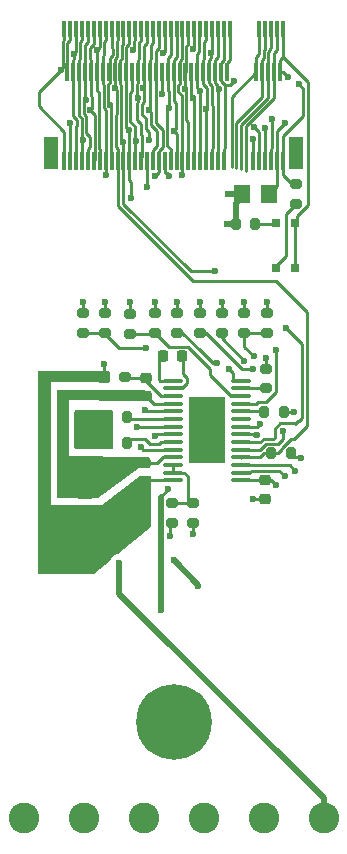
<source format=gbr>
%TF.GenerationSoftware,KiCad,Pcbnew,7.0.5*%
%TF.CreationDate,2023-09-25T01:54:48-05:00*%
%TF.ProjectId,Chimera_0005_Stepper,4368696d-6572-4615-9f30-3030355f5374,rev?*%
%TF.SameCoordinates,Original*%
%TF.FileFunction,Copper,L1,Top*%
%TF.FilePolarity,Positive*%
%FSLAX46Y46*%
G04 Gerber Fmt 4.6, Leading zero omitted, Abs format (unit mm)*
G04 Created by KiCad (PCBNEW 7.0.5) date 2023-09-25 01:54:48*
%MOMM*%
%LPD*%
G01*
G04 APERTURE LIST*
G04 Aperture macros list*
%AMRoundRect*
0 Rectangle with rounded corners*
0 $1 Rounding radius*
0 $2 $3 $4 $5 $6 $7 $8 $9 X,Y pos of 4 corners*
0 Add a 4 corners polygon primitive as box body*
4,1,4,$2,$3,$4,$5,$6,$7,$8,$9,$2,$3,0*
0 Add four circle primitives for the rounded corners*
1,1,$1+$1,$2,$3*
1,1,$1+$1,$4,$5*
1,1,$1+$1,$6,$7*
1,1,$1+$1,$8,$9*
0 Add four rect primitives between the rounded corners*
20,1,$1+$1,$2,$3,$4,$5,0*
20,1,$1+$1,$4,$5,$6,$7,0*
20,1,$1+$1,$6,$7,$8,$9,0*
20,1,$1+$1,$8,$9,$2,$3,0*%
G04 Aperture macros list end*
%TA.AperFunction,ComponentPad*%
%ADD10C,2.600000*%
%TD*%
%TA.AperFunction,SMDPad,CuDef*%
%ADD11RoundRect,0.225000X-0.225000X-0.250000X0.225000X-0.250000X0.225000X0.250000X-0.225000X0.250000X0*%
%TD*%
%TA.AperFunction,SMDPad,CuDef*%
%ADD12R,1.335001X1.500000*%
%TD*%
%TA.AperFunction,SMDPad,CuDef*%
%ADD13RoundRect,0.200000X0.275000X-0.200000X0.275000X0.200000X-0.275000X0.200000X-0.275000X-0.200000X0*%
%TD*%
%TA.AperFunction,SMDPad,CuDef*%
%ADD14RoundRect,0.200000X-0.200000X-0.275000X0.200000X-0.275000X0.200000X0.275000X-0.200000X0.275000X0*%
%TD*%
%TA.AperFunction,SMDPad,CuDef*%
%ADD15R,0.350000X1.450000*%
%TD*%
%TA.AperFunction,SMDPad,CuDef*%
%ADD16O,1.731496X0.343002*%
%TD*%
%TA.AperFunction,SMDPad,CuDef*%
%ADD17R,3.100000X5.600000*%
%TD*%
%TA.AperFunction,SMDPad,CuDef*%
%ADD18RoundRect,0.200000X-0.275000X0.200000X-0.275000X-0.200000X0.275000X-0.200000X0.275000X0.200000X0*%
%TD*%
%TA.AperFunction,SMDPad,CuDef*%
%ADD19R,0.300000X1.550013*%
%TD*%
%TA.AperFunction,SMDPad,CuDef*%
%ADD20R,0.300000X1.524003*%
%TD*%
%TA.AperFunction,SMDPad,CuDef*%
%ADD21R,1.300000X2.800000*%
%TD*%
%TA.AperFunction,SMDPad,CuDef*%
%ADD22RoundRect,0.250000X-0.550000X1.500000X-0.550000X-1.500000X0.550000X-1.500000X0.550000X1.500000X0*%
%TD*%
%TA.AperFunction,SMDPad,CuDef*%
%ADD23RoundRect,0.225000X-0.250000X0.225000X-0.250000X-0.225000X0.250000X-0.225000X0.250000X0.225000X0*%
%TD*%
%TA.AperFunction,SMDPad,CuDef*%
%ADD24RoundRect,0.225000X0.250000X-0.225000X0.250000X0.225000X-0.250000X0.225000X-0.250000X-0.225000X0*%
%TD*%
%TA.AperFunction,ComponentPad*%
%ADD25C,3.600000*%
%TD*%
%TA.AperFunction,ConnectorPad*%
%ADD26C,6.400000*%
%TD*%
%TA.AperFunction,SMDPad,CuDef*%
%ADD27R,0.800000X0.800000*%
%TD*%
%TA.AperFunction,ViaPad*%
%ADD28C,0.600000*%
%TD*%
%TA.AperFunction,Conductor*%
%ADD29C,0.254000*%
%TD*%
%TA.AperFunction,Conductor*%
%ADD30C,0.500000*%
%TD*%
%TA.AperFunction,Conductor*%
%ADD31C,0.200000*%
%TD*%
%TA.AperFunction,Conductor*%
%ADD32C,0.152400*%
%TD*%
G04 APERTURE END LIST*
D10*
%TO.P,U3,6,6*%
%TO.N,+12V*%
X121400050Y-139700000D03*
%TO.P,U3,5,5*%
%TO.N,Motor_D*%
X116320040Y-139700000D03*
%TO.P,U3,4,4*%
%TO.N,Motor_C*%
X111240030Y-139700000D03*
%TO.P,U3,3,3*%
%TO.N,Motor_B*%
X106160020Y-139700000D03*
%TO.P,U3,2,2*%
%TO.N,Motor_A*%
X101080010Y-139700000D03*
%TO.P,U3,1,1*%
%TO.N,GND*%
X96000000Y-139700000D03*
%TD*%
D11*
%TO.P,C6,1*%
%TO.N,Net-(U1-CP1)*%
X107825000Y-100560000D03*
%TO.P,C6,2*%
%TO.N,Net-(U1-CP2)*%
X109375000Y-100560000D03*
%TD*%
D12*
%TO.P,F1,1,1*%
%TO.N,Net-(CN1-1-Pad3)*%
X116742494Y-86860000D03*
%TO.P,F1,2,2*%
%TO.N,+5V*%
X114457506Y-86860000D03*
%TD*%
D13*
%TO.P,R17,1*%
%TO.N,Net-(U1-MODE1)*%
X100987500Y-98585000D03*
%TO.P,R17,2*%
%TO.N,+3V3*%
X100987500Y-96935000D03*
%TD*%
%TO.P,R14,1*%
%TO.N,Net-(U1-DECAY)*%
X116600000Y-98585000D03*
%TO.P,R14,2*%
%TO.N,+3V3*%
X116600000Y-96935000D03*
%TD*%
D14*
%TO.P,R5,1*%
%TO.N,GND*%
X103100000Y-107900000D03*
%TO.P,R5,2*%
%TO.N,Net-(U1-ISENB)*%
X104750000Y-107900000D03*
%TD*%
D15*
%TO.P,U2,1,1*%
%TO.N,GND*%
X99450000Y-72835000D03*
%TO.P,U2,3,1*%
%TO.N,Net-(CN1-1-Pad74)*%
X99950000Y-72835000D03*
%TO.P,U2,5,1*%
%TO.N,Net-(CN1-1-Pad71)*%
X100450000Y-72835000D03*
%TO.P,U2,7,1*%
%TO.N,Net-(CN1-1-Pad69)*%
X100950000Y-72835000D03*
%TO.P,U2,9,1*%
%TO.N,Net-(CN1-1-Pad67)*%
X101450000Y-72835000D03*
%TO.P,U2,11,1*%
%TO.N,Net-(CN1-1-Pad66)*%
X101950000Y-72835000D03*
%TO.P,U2,13,13*%
%TO.N,Net-(CN1-20-Pad63)*%
X102450000Y-72835000D03*
%TO.P,U2,15,15*%
%TO.N,Net-(CN1-20-Pad61)*%
X102950000Y-72835000D03*
%TO.P,U2,17,17*%
%TO.N,Net-(CN1-20-Pad59)*%
X103450000Y-72835000D03*
%TO.P,U2,19,19*%
%TO.N,Fault*%
X103950000Y-72835000D03*
%TO.P,U2,21,20*%
%TO.N,Direction*%
X104450000Y-72835000D03*
%TO.P,U2,23,20*%
%TO.N,STEP_INC*%
X104950000Y-72835000D03*
%TO.P,U2,25,20*%
%TO.N,Net-(CN1-20-Pad51)*%
X105450000Y-72835000D03*
%TO.P,U2,27,20*%
%TO.N,Net-(CN1-20-Pad49)*%
X105950000Y-72835000D03*
%TO.P,U2,29,20*%
%TO.N,Net-(CN1-20-Pad47)*%
X106450000Y-72835000D03*
%TO.P,U2,31,20*%
%TO.N,Net-(CN1-20-Pad45)*%
X106950000Y-72835000D03*
%TO.P,U2,33,20*%
%TO.N,Net-(CN1-20-Pad43)*%
X107450000Y-72835000D03*
%TO.P,U2,35,20*%
%TO.N,Net-(CN1-20-Pad41)*%
X107950000Y-72835000D03*
%TO.P,U2,37,20*%
%TO.N,Net-(CN1-20-Pad39)*%
X108450000Y-72835000D03*
%TO.P,U2,39,20*%
%TO.N,Net-(CN1-20-Pad37)*%
X108950000Y-72835000D03*
%TO.P,U2,41,20*%
%TO.N,Net-(CN1-20-Pad35)*%
X109450000Y-72835000D03*
%TO.P,U2,43,20*%
%TO.N,Net-(CN1-20-Pad33)*%
X109950000Y-72835000D03*
%TO.P,U2,45,20*%
%TO.N,Net-(CN1-20-Pad31)*%
X110450000Y-72835000D03*
%TO.P,U2,47,20*%
%TO.N,Net-(CN1-20-Pad29)*%
X110950000Y-72835000D03*
%TO.P,U2,49,20*%
%TO.N,Net-(CN1-20-Pad27)*%
X111450000Y-72835000D03*
%TO.P,U2,51,20*%
%TO.N,Net-(CN1-20-Pad25)*%
X111950000Y-72835000D03*
%TO.P,U2,53,20*%
%TO.N,Net-(CN1-20-Pad23)*%
X112450000Y-72835000D03*
%TO.P,U2,55,20*%
%TO.N,Net-(CN1-20-Pad21)*%
X112950000Y-72835000D03*
%TO.P,U2,57,20*%
%TO.N,20*%
X113450000Y-72835000D03*
%TO.P,U2,67,1*%
%TO.N,10*%
X115950000Y-72835000D03*
%TO.P,U2,69,1*%
%TO.N,8*%
X116450000Y-72835000D03*
%TO.P,U2,71,1*%
%TO.N,6*%
X116950000Y-72835000D03*
%TO.P,U2,73,1*%
%TO.N,4*%
X117450000Y-72835000D03*
%TO.P,U2,75,1*%
%TO.N,GND*%
X117950000Y-72835000D03*
%TD*%
D13*
%TO.P,R7,1*%
%TO.N,Net-(U1-nHOME)*%
X116500000Y-103285000D03*
%TO.P,R7,2*%
%TO.N,+3V3*%
X116500000Y-101635000D03*
%TD*%
D16*
%TO.P,U1,1,CP1*%
%TO.N,Net-(U1-CP1)*%
X108634239Y-102634956D03*
%TO.P,U1,2,CP2*%
%TO.N,Net-(U1-CP2)*%
X108634239Y-103284943D03*
%TO.P,U1,3,VCP*%
%TO.N,Net-(U1-VCP)*%
X108634239Y-103934930D03*
%TO.P,U1,4,VMA*%
%TO.N,+12V*%
X108634239Y-104584917D03*
%TO.P,U1,5,AOUT1*%
%TO.N,Motor_D*%
X108634239Y-105234905D03*
%TO.P,U1,6,ISENA*%
%TO.N,Net-(U1-ISENA)*%
X108634239Y-105884892D03*
%TO.P,U1,7,AOUT2*%
%TO.N,Motor_A*%
X108634239Y-106535133D03*
%TO.P,U1,8,BOUT2*%
%TO.N,Motor_B*%
X108634239Y-107185121D03*
%TO.P,U1,9,ISENB*%
%TO.N,Net-(U1-ISENB)*%
X108634239Y-107835108D03*
%TO.P,U1,10,BOUT1*%
%TO.N,Motor_C*%
X108634239Y-108485095D03*
%TO.P,U1,11,VMB*%
%TO.N,+12V*%
X108634239Y-109135083D03*
%TO.P,U1,12,AVREF*%
%TO.N,Net-(U1-AVREF)*%
X108634239Y-109785070D03*
%TO.P,U1,13,BVREF*%
X108634239Y-110435057D03*
%TO.P,U1,14,GND*%
%TO.N,GND*%
X108634239Y-111085044D03*
%TO.P,U1,15,V3P3OUT*%
%TO.N,+3V3*%
X114365761Y-111085044D03*
%TO.P,U1,16,nRESET*%
%TO.N,Net-(U1-nRESET)*%
X114365761Y-110435057D03*
%TO.P,U1,17,nSLEEP*%
%TO.N,Net-(U1-nSLEEP)*%
X114365761Y-109785070D03*
%TO.P,U1,18,nFAULT*%
%TO.N,Fault*%
X114365761Y-109135083D03*
%TO.P,U1,19,DECAY*%
%TO.N,Net-(U1-DECAY)*%
X114365761Y-108485095D03*
%TO.P,U1,20,DIR*%
%TO.N,Direction*%
X114365761Y-107835108D03*
%TO.P,U1,21,NENBL*%
%TO.N,Net-(U1-NENBL)*%
X114365761Y-107185121D03*
%TO.P,U1,22,STEP*%
%TO.N,STEP_INC*%
X114365761Y-106535133D03*
%TO.P,U1,23,NC*%
%TO.N,unconnected-(U1-NC-Pad23)*%
X114365761Y-105884892D03*
%TO.P,U1,24,MODE0*%
%TO.N,Net-(U1-MODE0)*%
X114365761Y-105234905D03*
%TO.P,U1,25,MODE1*%
%TO.N,Net-(U1-MODE1)*%
X114365761Y-104584917D03*
%TO.P,U1,26,MODE2*%
%TO.N,Net-(U1-MODE2)*%
X114365761Y-103934930D03*
%TO.P,U1,27,nHOME*%
%TO.N,Net-(U1-nHOME)*%
X114365761Y-103284943D03*
%TO.P,U1,28,GND*%
%TO.N,GND*%
X114365761Y-102634956D03*
D17*
%TO.P,U1,29,EP*%
X111499873Y-106860000D03*
%TD*%
D18*
%TO.P,R3,1*%
%TO.N,Net-(U1-VCP)*%
X104600000Y-102335000D03*
%TO.P,R3,2*%
%TO.N,+12V*%
X104600000Y-103985000D03*
%TD*%
D19*
%TO.P,CN1,1,1*%
%TO.N,+3V3*%
X117949836Y-84060029D03*
%TO.P,CN1,2,1*%
%TO.N,GND*%
X117699900Y-76510117D03*
%TO.P,CN1,3,1*%
%TO.N,Net-(CN1-1-Pad3)*%
X117449964Y-84060029D03*
%TO.P,CN1,4,1*%
%TO.N,4*%
X117199773Y-76510117D03*
%TO.P,CN1,5,1*%
%TO.N,Net-(CN1-1-Pad5)*%
X116949836Y-84060029D03*
%TO.P,CN1,6,1*%
%TO.N,6*%
X116699900Y-76510117D03*
%TO.P,CN1,7,1*%
%TO.N,Net-(CN1-1-Pad7)*%
X116449964Y-84060029D03*
%TO.P,CN1,8,1*%
%TO.N,8*%
X116199773Y-76510117D03*
%TO.P,CN1,9,1*%
%TO.N,Net-(CN1-1-Pad9)*%
X115949836Y-84060029D03*
%TO.P,CN1,10,1*%
%TO.N,10*%
X115699900Y-76510117D03*
%TO.P,CN1,11,1*%
%TO.N,Net-(CN1-1-Pad11)*%
X115449964Y-84060029D03*
%TO.P,CN1,20,20*%
%TO.N,20*%
X113199773Y-76510117D03*
%TO.P,CN1,21,20*%
%TO.N,Net-(CN1-20-Pad21)*%
X112949836Y-84060029D03*
%TO.P,CN1,22,20*%
X112699900Y-76510117D03*
%TO.P,CN1,23,20*%
%TO.N,Net-(CN1-20-Pad23)*%
X112449964Y-84060029D03*
%TO.P,CN1,24,20*%
X112199773Y-76510117D03*
%TO.P,CN1,25,20*%
%TO.N,Net-(CN1-20-Pad25)*%
X111949836Y-84060029D03*
%TO.P,CN1,26,20*%
X111699900Y-76510117D03*
%TO.P,CN1,27,20*%
%TO.N,Net-(CN1-20-Pad27)*%
X111449964Y-84060029D03*
%TO.P,CN1,28,20*%
X111199773Y-76510117D03*
%TO.P,CN1,29,20*%
%TO.N,Net-(CN1-20-Pad29)*%
X110949836Y-84060029D03*
%TO.P,CN1,30,20*%
X110699900Y-76510117D03*
%TO.P,CN1,31,20*%
%TO.N,Net-(CN1-20-Pad31)*%
X110449964Y-84060029D03*
%TO.P,CN1,32,20*%
X110199773Y-76510117D03*
%TO.P,CN1,33,20*%
%TO.N,Net-(CN1-20-Pad33)*%
X109949836Y-84060029D03*
%TO.P,CN1,34,20*%
X109699900Y-76510117D03*
%TO.P,CN1,35,20*%
%TO.N,Net-(CN1-20-Pad35)*%
X109449964Y-84060029D03*
%TO.P,CN1,36,20*%
X109199773Y-76510117D03*
%TO.P,CN1,37,20*%
%TO.N,Net-(CN1-20-Pad37)*%
X108949836Y-84060029D03*
%TO.P,CN1,38,20*%
X108699900Y-76510117D03*
%TO.P,CN1,39,20*%
%TO.N,Net-(CN1-20-Pad39)*%
X108449964Y-84060029D03*
%TO.P,CN1,40,20*%
X108199773Y-76510117D03*
%TO.P,CN1,41,20*%
%TO.N,Net-(CN1-20-Pad41)*%
X107949836Y-84060029D03*
%TO.P,CN1,42,20*%
X107699900Y-76510371D03*
%TO.P,CN1,43,20*%
%TO.N,Net-(CN1-20-Pad43)*%
X107449964Y-84060029D03*
%TO.P,CN1,44,20*%
X107199773Y-76510371D03*
%TO.P,CN1,45,20*%
%TO.N,Net-(CN1-20-Pad45)*%
X106949836Y-84060029D03*
%TO.P,CN1,46,20*%
X106699900Y-76510371D03*
%TO.P,CN1,47,20*%
%TO.N,Net-(CN1-20-Pad47)*%
X106449964Y-84060029D03*
%TO.P,CN1,48,20*%
X106199773Y-76510371D03*
%TO.P,CN1,49,20*%
%TO.N,Net-(CN1-20-Pad49)*%
X105949836Y-84060029D03*
%TO.P,CN1,50,20*%
X105699900Y-76510371D03*
%TO.P,CN1,51,20*%
%TO.N,Net-(CN1-20-Pad51)*%
X105449964Y-84060029D03*
%TO.P,CN1,52,20*%
X105199773Y-76510371D03*
%TO.P,CN1,53,20*%
%TO.N,STEP_INC*%
X104949836Y-84060029D03*
%TO.P,CN1,54,20*%
X104699900Y-76510371D03*
%TO.P,CN1,55,20*%
%TO.N,Direction*%
X104449964Y-84060029D03*
%TO.P,CN1,56,20*%
X104199773Y-76510371D03*
%TO.P,CN1,57,20*%
%TO.N,Fault*%
X103949836Y-84060029D03*
%TO.P,CN1,58,20*%
X103699900Y-76510371D03*
D20*
%TO.P,CN1,59,20*%
%TO.N,Net-(CN1-20-Pad59)*%
X103449964Y-84060283D03*
%TO.P,CN1,60,20*%
X103199773Y-76510371D03*
%TO.P,CN1,61,20*%
%TO.N,Net-(CN1-20-Pad61)*%
X102949836Y-84060283D03*
%TO.P,CN1,62,20*%
X102699900Y-76510371D03*
%TO.P,CN1,63,20*%
%TO.N,Net-(CN1-20-Pad63)*%
X102449964Y-84060283D03*
%TO.P,CN1,64,20*%
X102199773Y-76510371D03*
%TO.P,CN1,65,20*%
%TO.N,Net-(CN1-1-Pad66)*%
X101949836Y-84060283D03*
%TO.P,CN1,66,1*%
X101699900Y-76510371D03*
D19*
%TO.P,CN1,67,1*%
%TO.N,Net-(CN1-1-Pad67)*%
X101449964Y-84060029D03*
%TO.P,CN1,68,1*%
X101199773Y-76510371D03*
%TO.P,CN1,69,1*%
%TO.N,Net-(CN1-1-Pad69)*%
X100949836Y-84060029D03*
%TO.P,CN1,70,1*%
X100699900Y-76510371D03*
%TO.P,CN1,71,1*%
%TO.N,Net-(CN1-1-Pad71)*%
X100449964Y-84060029D03*
%TO.P,CN1,72,1*%
X100199773Y-76510371D03*
%TO.P,CN1,73,1*%
%TO.N,Net-(CN1-1-Pad73)*%
X99949836Y-84060029D03*
%TO.P,CN1,74,1*%
%TO.N,Net-(CN1-1-Pad74)*%
X99699900Y-76510371D03*
%TO.P,CN1,75,1*%
%TO.N,GND*%
X99449964Y-84060029D03*
D21*
%TO.P,CN1,76*%
%TO.N,N/C*%
X98349887Y-83335111D03*
%TO.P,CN1,77*%
X119049913Y-83335111D03*
%TD*%
D18*
%TO.P,R1,1*%
%TO.N,+3V3*%
X119050000Y-86010000D03*
%TO.P,R1,2*%
%TO.N,Net-(LED2-+)*%
X119050000Y-87660000D03*
%TD*%
D22*
%TO.P,C5,1*%
%TO.N,+12V*%
X101200000Y-110860000D03*
%TO.P,C5,2*%
%TO.N,GND*%
X101200000Y-116260000D03*
%TD*%
D14*
%TO.P,R2,1*%
%TO.N,+5V*%
X113975000Y-89360000D03*
%TO.P,R2,2*%
%TO.N,Net-(LED1-+)*%
X115625000Y-89360000D03*
%TD*%
D23*
%TO.P,C3,1*%
%TO.N,+12V*%
X106300000Y-109585000D03*
%TO.P,C3,2*%
%TO.N,GND*%
X106300000Y-111135000D03*
%TD*%
D13*
%TO.P,R18,1*%
%TO.N,Net-(U1-MODE2)*%
X105000000Y-98685000D03*
%TO.P,R18,2*%
%TO.N,+3V3*%
X105000000Y-97035000D03*
%TD*%
D14*
%TO.P,R4,1*%
%TO.N,GND*%
X103075000Y-105700000D03*
%TO.P,R4,2*%
%TO.N,Net-(U1-ISENA)*%
X104725000Y-105700000D03*
%TD*%
D18*
%TO.P,R13,1*%
%TO.N,GND*%
X114700000Y-96935000D03*
%TO.P,R13,2*%
%TO.N,Net-(U1-DECAY)*%
X114700000Y-98585000D03*
%TD*%
D13*
%TO.P,R23,1*%
%TO.N,Net-(U1-nRESET)*%
X112800000Y-98585000D03*
%TO.P,R23,2*%
%TO.N,+3V3*%
X112800000Y-96935000D03*
%TD*%
D18*
%TO.P,R10,1*%
%TO.N,GND*%
X107100000Y-96935000D03*
%TO.P,R10,2*%
%TO.N,Net-(U1-MODE2)*%
X107100000Y-98585000D03*
%TD*%
D24*
%TO.P,C1,1*%
%TO.N,+12V*%
X106400000Y-103935000D03*
%TO.P,C1,2*%
%TO.N,Net-(U1-VCP)*%
X106400000Y-102385000D03*
%TD*%
D14*
%TO.P,R11,1*%
%TO.N,Net-(U1-MODE0)*%
X116375000Y-105260000D03*
%TO.P,R11,2*%
%TO.N,+3V3*%
X118025000Y-105260000D03*
%TD*%
D24*
%TO.P,C2,1*%
%TO.N,+12V*%
X102800000Y-103935000D03*
%TO.P,C2,2*%
%TO.N,GND*%
X102800000Y-102385000D03*
%TD*%
D18*
%TO.P,R9,1*%
%TO.N,GND*%
X102887500Y-96935000D03*
%TO.P,R9,2*%
%TO.N,Net-(U1-MODE1)*%
X102887500Y-98585000D03*
%TD*%
D25*
%TO.P,H1,1*%
%TO.N,N/C*%
X108700000Y-131560000D03*
D26*
X108700000Y-131560000D03*
%TD*%
D18*
%TO.P,R8,1*%
%TO.N,Net-(U1-AVREF)*%
X108600000Y-113035000D03*
%TO.P,R8,2*%
%TO.N,GND*%
X108600000Y-114685000D03*
%TD*%
D27*
%TO.P,LED1,1,-*%
%TO.N,GND*%
X118949467Y-89331571D03*
%TO.P,LED1,2,+*%
%TO.N,Net-(LED1-+)*%
X117350533Y-89338429D03*
%TD*%
D13*
%TO.P,R19,1*%
%TO.N,Net-(U1-nSLEEP)*%
X110900000Y-98585000D03*
%TO.P,R19,2*%
%TO.N,+3V3*%
X110900000Y-96935000D03*
%TD*%
D23*
%TO.P,C7,1*%
%TO.N,+3V3*%
X116400000Y-111085000D03*
%TO.P,C7,2*%
%TO.N,GND*%
X116400000Y-112635000D03*
%TD*%
D18*
%TO.P,R6,1*%
%TO.N,Net-(U1-AVREF)*%
X110300000Y-113035000D03*
%TO.P,R6,2*%
%TO.N,+3V3*%
X110300000Y-114685000D03*
%TD*%
D13*
%TO.P,R16,1*%
%TO.N,Net-(U1-NENBL)*%
X109000000Y-98585000D03*
%TO.P,R16,2*%
%TO.N,+3V3*%
X109000000Y-96935000D03*
%TD*%
D14*
%TO.P,R12,1*%
%TO.N,Fault*%
X116975000Y-108800000D03*
%TO.P,R12,2*%
%TO.N,+3V3*%
X118625000Y-108800000D03*
%TD*%
D27*
%TO.P,LED2,1,-*%
%TO.N,GND*%
X118949467Y-93131571D03*
%TO.P,LED2,2,+*%
%TO.N,Net-(LED2-+)*%
X117350533Y-93138429D03*
%TD*%
D28*
%TO.N,Net-(CN1-20-Pad47)*%
X106146500Y-77900000D03*
%TO.N,Motor_C*%
X110800000Y-120000000D03*
%TO.N,Motor_A*%
X107600000Y-122100000D03*
%TO.N,Net-(CN1-1-Pad11)*%
X115396000Y-82160000D03*
%TO.N,Net-(CN1-20-Pad21)*%
X113812000Y-77277700D03*
%TO.N,Net-(CN1-20-Pad23)*%
X112506000Y-77941400D03*
%TO.N,Net-(CN1-20-Pad25)*%
X111831000Y-74929900D03*
%TO.N,Net-(CN1-20-Pad27)*%
X111450000Y-79607800D03*
%TO.N,Net-(CN1-1-Pad66)*%
X101653500Y-79760000D03*
%TO.N,Net-(CN1-20-Pad33)*%
X109653000Y-77959800D03*
%TO.N,Net-(CN1-20-Pad35)*%
X109450000Y-85267000D03*
%TO.N,Net-(CN1-20-Pad37)*%
X108719000Y-81491700D03*
%TO.N,Net-(CN1-1-Pad5)*%
X117031000Y-80460000D03*
%TO.N,Net-(CN1-20-Pad39)*%
X108285000Y-79536300D03*
%TO.N,Net-(CN1-1-Pad69)*%
X101017000Y-82233000D03*
%TO.N,Net-(CN1-1-Pad71)*%
X100245000Y-75029500D03*
%TO.N,Net-(CN1-1-Pad73)*%
X99968000Y-80815600D03*
%TO.N,Net-(CN1-20-Pad41)*%
X107756000Y-78406600D03*
X108309000Y-85289000D03*
X107835000Y-74908200D03*
%TO.N,+3V3*%
X110300000Y-115660000D03*
X109000000Y-95960000D03*
X116600000Y-95960000D03*
X105000000Y-95960000D03*
X117400000Y-111500000D03*
X100987500Y-95960000D03*
X119500000Y-109200000D03*
X116500000Y-100760000D03*
X110900000Y-95960000D03*
X118900000Y-105260000D03*
X112800000Y-95960000D03*
X119300000Y-77560000D03*
%TO.N,Net-(CN1-20-Pad43)*%
X107151000Y-85300000D03*
%TO.N,Net-(CN1-20-Pad45)*%
X106600000Y-79760000D03*
%TO.N,Net-(CN1-20-Pad49)*%
X105646500Y-78681116D03*
%TO.N,Net-(CN1-20-Pad51)*%
X105238000Y-74658700D03*
X105483500Y-82360000D03*
%TO.N,Net-(CN1-20-Pad59)*%
X103344000Y-79304100D03*
%TO.N,Net-(CN1-20-Pad61)*%
X102950000Y-85258000D03*
%TO.N,Net-(CN1-1-Pad67)*%
X101245000Y-78881400D03*
%TO.N,Net-(CN1-1-Pad7)*%
X116451000Y-81289000D03*
%TO.N,Net-(CN1-20-Pad63)*%
X102185000Y-74670900D03*
%TO.N,Net-(CN1-1-Pad9)*%
X115543000Y-81167100D03*
%TO.N,GND*%
X100700000Y-107200000D03*
X115400000Y-112660000D03*
X105200000Y-114900000D03*
X102800000Y-117500000D03*
X102800000Y-101260000D03*
X110600000Y-104660000D03*
X102887500Y-95960000D03*
X112400000Y-109060000D03*
X101100000Y-108000000D03*
X112400000Y-106960000D03*
X105200000Y-115800000D03*
X101200000Y-118660000D03*
X111500000Y-108160000D03*
X110600000Y-109060000D03*
X110600000Y-106960000D03*
X99600000Y-118400000D03*
X112400000Y-104660000D03*
X114700000Y-95960000D03*
X105200000Y-114000000D03*
X101200000Y-105600000D03*
X102000000Y-105560000D03*
X102000000Y-108000000D03*
X118400000Y-76960000D03*
X99123000Y-76316200D03*
X99600000Y-117600000D03*
X108400000Y-115760000D03*
X107100000Y-95960000D03*
X105200000Y-113100000D03*
X113400000Y-101660000D03*
X111500000Y-105760000D03*
X105200000Y-112200000D03*
X100700000Y-106300000D03*
X106300000Y-112160000D03*
%TO.N,+5V*%
X113300000Y-86860000D03*
X113200000Y-89360000D03*
%TO.N,Net-(CN1-20-Pad29)*%
X110948000Y-78123100D03*
%TO.N,Net-(CN1-20-Pad31)*%
X110325000Y-74588000D03*
X110356000Y-78714400D03*
%TO.N,Net-(CN1-20-Pad47)*%
X106450000Y-86267100D03*
X106600000Y-82260000D03*
%TO.N,Net-(CN1-1-Pad3)*%
X118100000Y-80860000D03*
%TO.N,+12V*%
X104100000Y-110400000D03*
X104100000Y-119000000D03*
X104100000Y-109600000D03*
X104100000Y-118100000D03*
%TO.N,Net-(U1-MODE1)*%
X106400000Y-99860000D03*
X117400000Y-100060000D03*
%TO.N,Fault*%
X103724000Y-77859400D03*
%TO.N,Net-(U1-DECAY)*%
X118000000Y-106900000D03*
X115500000Y-100560000D03*
%TO.N,Net-(U1-NENBL)*%
X112400000Y-101160000D03*
X115735971Y-107208608D03*
%TO.N,Net-(U1-nSLEEP)*%
X119000000Y-110260000D03*
X115400000Y-101660000D03*
%TO.N,Net-(U1-nRESET)*%
X118100000Y-110760000D03*
X114700000Y-100960000D03*
%TO.N,Motor_D*%
X106300000Y-105160000D03*
%TO.N,Motor_A*%
X108200000Y-111860000D03*
X105600000Y-106600000D03*
%TO.N,Motor_B*%
X107100000Y-107300000D03*
%TO.N,Motor_C*%
X108700000Y-117860000D03*
X105900000Y-108300000D03*
%TO.N,STEP_INC*%
X104896500Y-81455501D03*
X105100000Y-87200000D03*
X116000000Y-106300000D03*
%TO.N,Direction*%
X104374000Y-82460000D03*
X112200000Y-93400000D03*
X118200000Y-98200000D03*
%TD*%
D29*
%TO.N,Net-(U1-AVREF)*%
X108634239Y-109785070D02*
X108634239Y-110435057D01*
%TO.N,Net-(CN1-20-Pad49)*%
X105700000Y-77424000D02*
X105700000Y-76730600D01*
X105578000Y-77545400D02*
X105700000Y-77424000D01*
X105578000Y-78612616D02*
X105578000Y-77545400D01*
X105646500Y-78681116D02*
X105578000Y-78612616D01*
X106037500Y-83714500D02*
X105950000Y-83802000D01*
X106037500Y-81897500D02*
X106037500Y-83714500D01*
X105933000Y-80893000D02*
X105933000Y-81793000D01*
X105604000Y-79102185D02*
X105604000Y-80564000D01*
X105646500Y-78681116D02*
X105646500Y-79059684D01*
X105604000Y-80564000D02*
X105933000Y-80893000D01*
X105646500Y-79059684D02*
X105604000Y-79102185D01*
X105933000Y-81793000D02*
X106037500Y-81897500D01*
%TO.N,Net-(CN1-20-Pad47)*%
X106200000Y-77953500D02*
X106146500Y-77900000D01*
X106200000Y-79045000D02*
X106200000Y-77953500D01*
X105985000Y-79260000D02*
X106200000Y-79045000D01*
X106400000Y-80475000D02*
X105985000Y-80060000D01*
X106400000Y-81360000D02*
X106400000Y-80475000D01*
X106600000Y-81560000D02*
X106400000Y-81360000D01*
X106600000Y-82260000D02*
X106600000Y-81560000D01*
X105985000Y-80060000D02*
X105985000Y-79260000D01*
X106199773Y-77846727D02*
X106146500Y-77900000D01*
X106199773Y-76510371D02*
X106199773Y-77846727D01*
%TO.N,Net-(CN1-20-Pad49)*%
X105950000Y-83802000D02*
X105950000Y-83995500D01*
%TO.N,Motor_C*%
X110800000Y-120000000D02*
X110800000Y-119960000D01*
D30*
X110800000Y-119960000D02*
X108700000Y-117860000D01*
D29*
%TO.N,Motor_A*%
X107640000Y-122060000D02*
X107600000Y-122100000D01*
D30*
X107640000Y-121300000D02*
X107640000Y-122060000D01*
%TO.N,+12V*%
X104100000Y-120700000D02*
X121400050Y-138000050D01*
X121400050Y-138000050D02*
X121400050Y-139700000D01*
X104100000Y-118100000D02*
X104100000Y-120700000D01*
D29*
%TO.N,Net-(CN1-1-Pad11)*%
X115396000Y-82160000D02*
X115396000Y-82975000D01*
X115396000Y-82975000D02*
X115450000Y-83029000D01*
X115450000Y-83029000D02*
X115450000Y-84060000D01*
%TO.N,Net-(CN1-20-Pad21)*%
X112700000Y-76510900D02*
X112700000Y-76510500D01*
D31*
X112700000Y-76511000D02*
X112700000Y-76510900D01*
D29*
X112950000Y-83544000D02*
X112950000Y-83802000D01*
D31*
X112700000Y-76510500D02*
X112700000Y-76510400D01*
D29*
X113031000Y-77638000D02*
X112700000Y-77307300D01*
X112700000Y-76510400D02*
X112700000Y-76510200D01*
D31*
X112950000Y-83995500D02*
X112950000Y-84060000D01*
D29*
X112700000Y-76511000D02*
X112700000Y-76510900D01*
X112700000Y-76510500D02*
X112700000Y-76510400D01*
X113062000Y-82917000D02*
X112950000Y-83029000D01*
D31*
X112950000Y-83931000D02*
X112950000Y-83995500D01*
X112950000Y-83931000D02*
X112950000Y-83995500D01*
D29*
X112950000Y-83931000D02*
X112950000Y-83995500D01*
X112700000Y-76510100D02*
X112700000Y-75721300D01*
X112700000Y-75721300D02*
X112950000Y-75471200D01*
X113062000Y-77638000D02*
X113031000Y-77638000D01*
D31*
X112700000Y-76510200D02*
X112700000Y-76510100D01*
D29*
X112700000Y-76514200D02*
X112700000Y-76512100D01*
D31*
X112700000Y-76510500D02*
X112700000Y-76510400D01*
D29*
X112700000Y-76510900D02*
X112700000Y-76510500D01*
D32*
X112700000Y-76510200D02*
X112699900Y-76510100D01*
D29*
X112950000Y-75471200D02*
X112950000Y-72835000D01*
X112950000Y-83286000D02*
X112950000Y-83544000D01*
X112700000Y-76512100D02*
X112700000Y-76512000D01*
X112700000Y-76512100D02*
X112700000Y-76512000D01*
X112700000Y-76511000D02*
X112700000Y-76510900D01*
X112700000Y-76510900D02*
X112700000Y-76510500D01*
X112700000Y-76514300D02*
X112700000Y-76514200D01*
X112700000Y-76510200D02*
X112700000Y-76510100D01*
X112700000Y-76510200D02*
X112700000Y-76510100D01*
D31*
X112700000Y-76510200D02*
X112700000Y-76510100D01*
D29*
X113062000Y-77638000D02*
X113062000Y-82917000D01*
X112700000Y-76510500D02*
X112700000Y-76510400D01*
X112950000Y-83286000D02*
X112950000Y-83544000D01*
D31*
X112700000Y-76510900D02*
X112700000Y-76510500D01*
D29*
X112700000Y-77307300D02*
X112700000Y-76514300D01*
X112700000Y-76511000D02*
X112700000Y-76510900D01*
X112700000Y-76510500D02*
X112700000Y-76510400D01*
X112700000Y-76512000D02*
X112700000Y-76511000D01*
D31*
X112700000Y-76510400D02*
X112700000Y-76510200D01*
D29*
X112700000Y-76514200D02*
X112700000Y-76512100D01*
X112950000Y-83802000D02*
X112950000Y-83931000D01*
X112700000Y-76512000D02*
X112700000Y-76511000D01*
X113812000Y-77277700D02*
X113452000Y-77638000D01*
D32*
X112949800Y-83995700D02*
X112949800Y-84060000D01*
D29*
X112700000Y-76514300D02*
X112700000Y-76514200D01*
X113452000Y-77638000D02*
X113062000Y-77638000D01*
X112700000Y-76512000D02*
X112700000Y-76511000D01*
X112700000Y-76510200D02*
X112700000Y-76510100D01*
X112700000Y-76510400D02*
X112700000Y-76510200D01*
D31*
X112700000Y-76510400D02*
X112700000Y-76510200D01*
D29*
X112950000Y-83029000D02*
X112950000Y-83286000D01*
X112700000Y-76512100D02*
X112700000Y-76512000D01*
X112700000Y-76510400D02*
X112700000Y-76510200D01*
D32*
X112950000Y-83995500D02*
X112949800Y-83995700D01*
D31*
X112950000Y-83802000D02*
X112950000Y-83931000D01*
X112950000Y-83995500D02*
X112950000Y-84060000D01*
D29*
X112950000Y-83995500D02*
X112950000Y-84060000D01*
%TO.N,Net-(CN1-20-Pad23)*%
X112460000Y-77941400D02*
X112506000Y-77941400D01*
D31*
X112200000Y-76493800D02*
X112200000Y-76510100D01*
X112200000Y-76731700D02*
X112200000Y-76731500D01*
X112200000Y-75952700D02*
X112200000Y-76444800D01*
D29*
X112450000Y-77951900D02*
X112460000Y-77941400D01*
X112200000Y-75460200D02*
X112450000Y-75210000D01*
X112200000Y-75952700D02*
X112200000Y-75952500D01*
D31*
X112200000Y-76731700D02*
X112200000Y-76731500D01*
D29*
X112450000Y-84060000D02*
X112450000Y-77951900D01*
D31*
X112200000Y-76731500D02*
X112200000Y-76510100D01*
D29*
X112200000Y-75952500D02*
X112200000Y-75460200D01*
X112200000Y-76953300D02*
X112200000Y-76953500D01*
X112200000Y-76731700D02*
X112200000Y-76953300D01*
X112200000Y-76510100D02*
X112200000Y-76731500D01*
D31*
X112200000Y-75952500D02*
X112200000Y-75952700D01*
D29*
X112460000Y-77690200D02*
X112460000Y-77941400D01*
X112200000Y-76731500D02*
X112200000Y-76731700D01*
X112450000Y-75210000D02*
X112450000Y-72835000D01*
D31*
X112200000Y-76731500D02*
X112200000Y-76510100D01*
D29*
X112200000Y-77429500D02*
X112460000Y-77690200D01*
X112200000Y-76953500D02*
X112200000Y-77429500D01*
X112200000Y-76493800D02*
X112200000Y-76510100D01*
D31*
X112200000Y-76477500D02*
X112200000Y-76493800D01*
X112200000Y-76953500D02*
X112200000Y-76953300D01*
X112200000Y-76953300D02*
X112200000Y-76731700D01*
D29*
X112200000Y-76444800D02*
X112200000Y-75952700D01*
D32*
X112199800Y-76494000D02*
X112199800Y-76510100D01*
X112200000Y-76493800D02*
X112199800Y-76494000D01*
D29*
X112200000Y-76477500D02*
X112200000Y-76493800D01*
D31*
X112200000Y-76444800D02*
X112200000Y-76477500D01*
%TO.N,Net-(CN1-20-Pad25)*%
X111700000Y-76475100D02*
X111700000Y-76492600D01*
D29*
X111950000Y-83931000D02*
X111950000Y-83995500D01*
X111950000Y-83286000D02*
X111950000Y-83544000D01*
D31*
X111950000Y-83802000D02*
X111950000Y-83931000D01*
D29*
X111700000Y-76475100D02*
X111700000Y-75977200D01*
X111700000Y-76981700D02*
X111700000Y-76981800D01*
D31*
X111700000Y-76745900D02*
X111700000Y-76745800D01*
D29*
X111700000Y-76981800D02*
X111700000Y-77471100D01*
D31*
X111700000Y-76981800D02*
X111700000Y-76981700D01*
X111700000Y-75977200D02*
X111700000Y-76475100D01*
D29*
X111950000Y-74811300D02*
X111831000Y-74929900D01*
X111831000Y-75347700D02*
X111831000Y-74929900D01*
D31*
X111950000Y-83931000D02*
X111950000Y-83995500D01*
X111950000Y-83995500D02*
X111950000Y-84060000D01*
D29*
X112006000Y-79377500D02*
X112006000Y-82973000D01*
X111950000Y-83286000D02*
X111950000Y-83544000D01*
D31*
X111700000Y-76745900D02*
X111700000Y-76745800D01*
D29*
X111950000Y-83995500D02*
X111950000Y-84060000D01*
X112006000Y-82973000D02*
X111950000Y-83029000D01*
X111700000Y-76745900D02*
X111700000Y-76981700D01*
X111700000Y-76492600D02*
X111700000Y-76501300D01*
X111950000Y-79321600D02*
X112006000Y-79377500D01*
D32*
X111699900Y-76501400D02*
X111699900Y-76510100D01*
D29*
X111700000Y-75479200D02*
X111831000Y-75347700D01*
D31*
X111700000Y-76492600D02*
X111700000Y-76501300D01*
D29*
X111950000Y-77721000D02*
X111950000Y-79321600D01*
X111700000Y-75977100D02*
X111700000Y-75479200D01*
D31*
X111700000Y-76745800D02*
X111700000Y-76510100D01*
D29*
X111700000Y-75977200D02*
X111700000Y-75977100D01*
X111700000Y-76745800D02*
X111700000Y-76745900D01*
X111700000Y-77471100D02*
X111950000Y-77721000D01*
D32*
X111950000Y-83995500D02*
X111949800Y-83995700D01*
D29*
X111950000Y-83544000D02*
X111950000Y-83802000D01*
D31*
X111950000Y-83995500D02*
X111950000Y-84060000D01*
X111950000Y-83931000D02*
X111950000Y-83995500D01*
X111700000Y-76501300D02*
X111700000Y-76510100D01*
D29*
X111700000Y-76501300D02*
X111700000Y-76510100D01*
D31*
X111700000Y-76745800D02*
X111700000Y-76510100D01*
D32*
X111949800Y-83995700D02*
X111949800Y-84060000D01*
D29*
X111950000Y-83029000D02*
X111950000Y-83286000D01*
X111950000Y-72835000D02*
X111950000Y-74811300D01*
X111700000Y-76510100D02*
X111700000Y-76745800D01*
D31*
X111700000Y-76981700D02*
X111700000Y-76745900D01*
D32*
X111700000Y-76501300D02*
X111699900Y-76501400D01*
D29*
X111950000Y-83802000D02*
X111950000Y-83931000D01*
D31*
X111700000Y-75977100D02*
X111700000Y-75977200D01*
D32*
%TO.N,Net-(CN1-20-Pad27)*%
X111200000Y-76510100D02*
X111199800Y-76510100D01*
D29*
X111200000Y-75479200D02*
X111264000Y-75415200D01*
X111506000Y-79551900D02*
X111506000Y-77847100D01*
X111200000Y-76510100D02*
X111200000Y-75479200D01*
X111450000Y-79607800D02*
X111506000Y-79551900D01*
X111450000Y-73815900D02*
X111450000Y-72835000D01*
X111450000Y-84060000D02*
X111450000Y-79607800D01*
X111264000Y-74002100D02*
X111450000Y-73815900D01*
X111264000Y-75415200D02*
X111264000Y-74002100D01*
X111506000Y-77847100D02*
X111200000Y-77541000D01*
X111200000Y-77541000D02*
X111200000Y-76510100D01*
%TO.N,Net-(CN1-1-Pad66)*%
X101700000Y-76758200D02*
X101700000Y-76634300D01*
D31*
X101700000Y-76634200D02*
X101700000Y-76572300D01*
D29*
X101700000Y-76572200D02*
X101700000Y-76541300D01*
X101700000Y-76541300D02*
X101700000Y-76510400D01*
X101700000Y-76758200D02*
X101700000Y-76634300D01*
D32*
X101700000Y-76541300D02*
X101699900Y-76541200D01*
D29*
X101700000Y-76541300D02*
X101700000Y-76510400D01*
X101700000Y-76634200D02*
X101700000Y-76572300D01*
X101950000Y-74120200D02*
X101950000Y-72835000D01*
X101700000Y-76510400D02*
X101700000Y-75492500D01*
X101700000Y-76572200D02*
X101700000Y-76541300D01*
X101700000Y-76572300D02*
X101700000Y-76572200D01*
D31*
X101700000Y-76572200D02*
X101700000Y-76541300D01*
X101700000Y-76634300D02*
X101700000Y-76634200D01*
D32*
X101950000Y-84060000D02*
X101949800Y-84060200D01*
D29*
X101700000Y-76572300D02*
X101700000Y-76572200D01*
X101700000Y-75492500D02*
X101630000Y-75422100D01*
X101700000Y-76758300D02*
X101700000Y-76758200D01*
X101700000Y-76634300D02*
X101700000Y-76634200D01*
X101799000Y-79614500D02*
X101799000Y-78619200D01*
X101700000Y-76634300D02*
X101700000Y-76634200D01*
D31*
X101700000Y-76572300D02*
X101700000Y-76572200D01*
D29*
X101700000Y-77006300D02*
X101700000Y-77006200D01*
X102008000Y-84002000D02*
X101950000Y-84060000D01*
D32*
X101949800Y-84060200D02*
X101949800Y-84060300D01*
D29*
X102008000Y-80114500D02*
X102008000Y-84002000D01*
X101630000Y-75422100D02*
X101630000Y-74440700D01*
X101653500Y-79760000D02*
X101799000Y-79614500D01*
X101700000Y-76572300D02*
X101700000Y-76572200D01*
X101630000Y-74440700D02*
X101950000Y-74120200D01*
X101700000Y-76634300D02*
X101700000Y-76634200D01*
X101700000Y-77006200D02*
X101700000Y-76758300D01*
X101700000Y-76758300D02*
X101700000Y-76758200D01*
X101700000Y-76634200D02*
X101700000Y-76572300D01*
X101700000Y-76541300D02*
X101700000Y-76510400D01*
X101700000Y-76572200D02*
X101700000Y-76541300D01*
X101799000Y-78619200D02*
X101700000Y-78520200D01*
X101700000Y-76634200D02*
X101700000Y-76572300D01*
D31*
X101700000Y-76541300D02*
X101700000Y-76510400D01*
X101700000Y-76541300D02*
X101700000Y-76510400D01*
X101700000Y-76572300D02*
X101700000Y-76572200D01*
D29*
X101653500Y-79760000D02*
X102008000Y-80114500D01*
D32*
X101699900Y-76541200D02*
X101699900Y-76510400D01*
D31*
X101700000Y-76572200D02*
X101700000Y-76541300D01*
D29*
X101700000Y-78520200D02*
X101700000Y-76634300D01*
%TO.N,Net-(CN1-20-Pad33)*%
X109950000Y-81597300D02*
X109950000Y-81597500D01*
X109734000Y-76475500D02*
X109717000Y-76492800D01*
X109717000Y-76492800D02*
X109708000Y-76501400D01*
X109708000Y-76501400D02*
X109704000Y-76505700D01*
X109700000Y-76509900D02*
X109700000Y-76510100D01*
X109717000Y-76492800D02*
X109708000Y-76501400D01*
X109734000Y-76475500D02*
X109717000Y-76492800D01*
D32*
X109949800Y-83239200D02*
X109949800Y-84060000D01*
D29*
X109700000Y-77959800D02*
X109762000Y-78022200D01*
X109950000Y-72835000D02*
X109950000Y-74176900D01*
X109769000Y-76440900D02*
X109734000Y-76475500D01*
D32*
X109950000Y-83239000D02*
X109949800Y-83239200D01*
D29*
X109700000Y-77959800D02*
X109653000Y-77959800D01*
X109708000Y-76501400D02*
X109704000Y-76505700D01*
D32*
X109702000Y-76507900D02*
X109699900Y-76510000D01*
D29*
X109762000Y-78022200D02*
X109762000Y-80589100D01*
X109950000Y-83239000D02*
X109950000Y-84060000D01*
X109717000Y-76492800D02*
X109700000Y-76509900D01*
X109700000Y-76510100D02*
X109700000Y-77959800D01*
X109702000Y-76507900D02*
X109700000Y-76510100D01*
X109950000Y-82418000D02*
X109950000Y-83239000D01*
X109762000Y-80589100D02*
X109950000Y-80776600D01*
X109950000Y-81597500D02*
X109950000Y-82418000D01*
X109704000Y-76505700D02*
X109702000Y-76507900D01*
X109950000Y-81597300D02*
X109950000Y-81597500D01*
X109950000Y-80776600D02*
X109950000Y-81597300D01*
X109704000Y-76505700D02*
X109702000Y-76507900D01*
D32*
X109699900Y-76510000D02*
X109699900Y-76510100D01*
D29*
X109950000Y-74176900D02*
X109769000Y-74357800D01*
X109702000Y-76507900D02*
X109700000Y-76510100D01*
X109950000Y-81597500D02*
X109950000Y-82418000D01*
X109769000Y-74357800D02*
X109769000Y-76440900D01*
D31*
%TO.N,Net-(CN1-20-Pad35)*%
X109200000Y-76525100D02*
X109200000Y-76517600D01*
D32*
X109200000Y-76517600D02*
X109199800Y-76517400D01*
D29*
X109096000Y-78191200D02*
X109379000Y-78474100D01*
X109096000Y-77645100D02*
X109096000Y-78191200D01*
X109200000Y-76540500D02*
X109200000Y-76525300D01*
X109379000Y-78474100D02*
X109379000Y-82958000D01*
X109200000Y-76571100D02*
X109200000Y-77055800D01*
X109450000Y-73815900D02*
X109450000Y-72835000D01*
D31*
X109200000Y-76071100D02*
X109200000Y-76510100D01*
D29*
X109200000Y-76525300D02*
X109200000Y-76525100D01*
X109379000Y-82958000D02*
X109450000Y-83029000D01*
X109200000Y-77055800D02*
X109200000Y-77056000D01*
X109200000Y-76525100D02*
X109200000Y-76517600D01*
D31*
X109200000Y-76070900D02*
X109200000Y-76071100D01*
X109200000Y-76571100D02*
X109200000Y-76540500D01*
X109200000Y-76525100D02*
X109200000Y-76517600D01*
X109200000Y-76525300D02*
X109200000Y-76525100D01*
X109200000Y-77056000D02*
X109200000Y-77055800D01*
D29*
X109200000Y-77541000D02*
X109096000Y-77645100D01*
D31*
X109200000Y-76540500D02*
X109200000Y-76525300D01*
D32*
X109199800Y-76517400D02*
X109199800Y-76510100D01*
D29*
X109200000Y-76071100D02*
X109200000Y-76070900D01*
D31*
X109200000Y-76517600D02*
X109200000Y-76510100D01*
D29*
X109200000Y-75601300D02*
X109386000Y-75414900D01*
D31*
X109200000Y-76517600D02*
X109200000Y-76510100D01*
X109200000Y-77055800D02*
X109200000Y-76571100D01*
D29*
X109200000Y-76070900D02*
X109200000Y-75601300D01*
D31*
X109200000Y-76525300D02*
X109200000Y-76525100D01*
D29*
X109386000Y-75414900D02*
X109386000Y-73879700D01*
X109200000Y-76510100D02*
X109200000Y-76071100D01*
X109386000Y-73879700D02*
X109450000Y-73815900D01*
X109450000Y-83029000D02*
X109450000Y-84060000D01*
X109200000Y-77056000D02*
X109200000Y-77541000D01*
X109200000Y-76517600D02*
X109200000Y-76510100D01*
X109450000Y-84060000D02*
X109450000Y-85267000D01*
%TO.N,Net-(CN1-20-Pad37)*%
X108700000Y-76625300D02*
X108700000Y-76625200D01*
D31*
X108700000Y-76517200D02*
X108700000Y-76510100D01*
X108950000Y-83903000D02*
X108950000Y-83981500D01*
D29*
X108700000Y-76524400D02*
X108700000Y-76524300D01*
D32*
X108950000Y-83981500D02*
X108949800Y-83981700D01*
D29*
X108700000Y-76524400D02*
X108700000Y-76524300D01*
X108700000Y-76538800D02*
X108700000Y-76538700D01*
X108700000Y-76524300D02*
X108700000Y-76517200D01*
X108700000Y-76517200D02*
X108700000Y-76510100D01*
D31*
X108950000Y-83745000D02*
X108950000Y-83902000D01*
D29*
X108700000Y-76567600D02*
X108700000Y-76567500D01*
X108950000Y-83429000D02*
X108950000Y-83744000D01*
X108700000Y-76567500D02*
X108700000Y-76538800D01*
D31*
X108700000Y-76524400D02*
X108700000Y-76524300D01*
D29*
X108700000Y-78961600D02*
X108700000Y-76625300D01*
X108700000Y-76538700D02*
X108700000Y-76524400D01*
D32*
X108949800Y-83981700D02*
X108949800Y-84060000D01*
D29*
X108700000Y-76538700D02*
X108700000Y-76524400D01*
X108950000Y-83114000D02*
X108950000Y-83429000D01*
X108882000Y-79143200D02*
X108700000Y-78961600D01*
X108700000Y-76538700D02*
X108700000Y-76524400D01*
X108700000Y-76567600D02*
X108700000Y-76567500D01*
D31*
X108950000Y-83903000D02*
X108950000Y-83981500D01*
D29*
X108700000Y-76625200D02*
X108700000Y-76567600D01*
X108882000Y-81328800D02*
X108882000Y-79143200D01*
D31*
X108950000Y-83744000D02*
X108950000Y-83745000D01*
D29*
X108950000Y-81723000D02*
X108950000Y-83114000D01*
X108700000Y-76517200D02*
X108700000Y-76510100D01*
X108700000Y-76524300D02*
X108700000Y-76517200D01*
D31*
X108700000Y-76524300D02*
X108700000Y-76517200D01*
D29*
X108719000Y-81491700D02*
X108950000Y-81723000D01*
X108950000Y-75229100D02*
X108950000Y-72835000D01*
X108700000Y-76538800D02*
X108700000Y-76538700D01*
X108700000Y-76567600D02*
X108700000Y-76567500D01*
X108700000Y-76524300D02*
X108700000Y-76517200D01*
X108700000Y-76538800D02*
X108700000Y-76538700D01*
D31*
X108700000Y-76538700D02*
X108700000Y-76524400D01*
D32*
X108699900Y-76517100D02*
X108699900Y-76510100D01*
D29*
X108950000Y-83744000D02*
X108950000Y-83745000D01*
D31*
X108950000Y-83902000D02*
X108950000Y-83903000D01*
D29*
X108950000Y-83114000D02*
X108950000Y-83429000D01*
D31*
X108700000Y-76524400D02*
X108700000Y-76524300D01*
X108700000Y-76538800D02*
X108700000Y-76538700D01*
X108700000Y-76524300D02*
X108700000Y-76517200D01*
X108950000Y-83902000D02*
X108950000Y-83903000D01*
D29*
X108700000Y-76524400D02*
X108700000Y-76524300D01*
X108700000Y-76510100D02*
X108700000Y-75479200D01*
X108950000Y-83981500D02*
X108950000Y-84060000D01*
X108950000Y-83902000D02*
X108950000Y-83903000D01*
X108719000Y-81491700D02*
X108882000Y-81328800D01*
D31*
X108700000Y-76517200D02*
X108700000Y-76510100D01*
D29*
X108700000Y-76625300D02*
X108700000Y-76625200D01*
D31*
X108950000Y-83981500D02*
X108950000Y-84060000D01*
X108950000Y-83981500D02*
X108950000Y-84060000D01*
D29*
X108950000Y-83745000D02*
X108950000Y-83902000D01*
X108700000Y-76625200D02*
X108700000Y-76567600D01*
X108700000Y-76517200D02*
X108700000Y-76510100D01*
X108700000Y-75479200D02*
X108950000Y-75229100D01*
X108700000Y-76567500D02*
X108700000Y-76538800D01*
D32*
X108700000Y-76517200D02*
X108699900Y-76517100D01*
D29*
X108700000Y-76567500D02*
X108700000Y-76538800D01*
X108950000Y-83903000D02*
X108950000Y-83981500D01*
D31*
%TO.N,Net-(CN1-1-Pad5)*%
X116950000Y-83931000D02*
X116950000Y-83995500D01*
D32*
X116950000Y-83995500D02*
X116949800Y-83995700D01*
D29*
X116950000Y-83995500D02*
X116950000Y-84060000D01*
X116950000Y-83931000D02*
X116950000Y-83995500D01*
D31*
X116950000Y-83931000D02*
X116950000Y-83995500D01*
X116950000Y-83802000D02*
X116950000Y-83931000D01*
X116950000Y-83995500D02*
X116950000Y-84060000D01*
D29*
X117031000Y-82948000D02*
X116950000Y-83029000D01*
X116950000Y-83802000D02*
X116950000Y-83931000D01*
X116950000Y-83286000D02*
X116950000Y-83544000D01*
X116950000Y-83286000D02*
X116950000Y-83544000D01*
D31*
X116950000Y-83995500D02*
X116950000Y-84060000D01*
D32*
X116949800Y-83995700D02*
X116949800Y-84060000D01*
D29*
X117031000Y-80460000D02*
X117031000Y-82948000D01*
X116950000Y-83544000D02*
X116950000Y-83802000D01*
X116950000Y-83029000D02*
X116950000Y-83286000D01*
%TO.N,Net-(CN1-20-Pad39)*%
X108200000Y-77380900D02*
X108200000Y-78064200D01*
X108200000Y-76510100D02*
X108200000Y-75967500D01*
X108200000Y-76556900D02*
X108200000Y-76556700D01*
X108200000Y-77380700D02*
X108200000Y-77380900D01*
D31*
X108200000Y-77380900D02*
X108200000Y-77380700D01*
X108200000Y-76533400D02*
X108200000Y-76510100D01*
D32*
X108200000Y-76533400D02*
X108199800Y-76533200D01*
D29*
X108200000Y-76697600D02*
X108200000Y-77380700D01*
D31*
X108200000Y-75967500D02*
X108200000Y-76510100D01*
X108200000Y-76556900D02*
X108200000Y-76556700D01*
D29*
X108312000Y-79509300D02*
X108285000Y-79536300D01*
D31*
X108200000Y-77380700D02*
X108200000Y-76697600D01*
D29*
X108200000Y-76556700D02*
X108200000Y-76533400D01*
D31*
X108200000Y-76556900D02*
X108200000Y-76556700D01*
D29*
X108200000Y-78064200D02*
X108312000Y-78176300D01*
X108200000Y-75967500D02*
X108200000Y-75967300D01*
X108200000Y-75967300D02*
X108200000Y-75331000D01*
X108450000Y-84060000D02*
X108450000Y-83029000D01*
X108450000Y-75080800D02*
X108450000Y-72835000D01*
X108200000Y-76603700D02*
X108200000Y-76556900D01*
D31*
X108200000Y-76533400D02*
X108200000Y-76510100D01*
D29*
X108312000Y-78176300D02*
X108312000Y-79509300D01*
X108450000Y-83029000D02*
X108163000Y-82742000D01*
X108163000Y-82742000D02*
X108163000Y-79658500D01*
D32*
X108199800Y-76533200D02*
X108199800Y-76510100D01*
D31*
X108200000Y-75967300D02*
X108200000Y-75967500D01*
X108200000Y-76603700D02*
X108200000Y-76556900D01*
D29*
X108200000Y-75331000D02*
X108450000Y-75080800D01*
D31*
X108200000Y-76556700D02*
X108200000Y-76533400D01*
X108200000Y-76697600D02*
X108200000Y-76603700D01*
X108200000Y-76556700D02*
X108200000Y-76533400D01*
D29*
X108200000Y-76533400D02*
X108200000Y-76510100D01*
X108163000Y-79658500D02*
X108285000Y-79536300D01*
D31*
%TO.N,Net-(CN1-1-Pad69)*%
X100950000Y-83832000D02*
X100950000Y-83946000D01*
D29*
X100689000Y-77552000D02*
X100689000Y-80214309D01*
D31*
X100950000Y-83832000D02*
X100950000Y-83946000D01*
D29*
X100950000Y-73815900D02*
X100801000Y-73964600D01*
X100903000Y-82186000D02*
X100950000Y-82233000D01*
D31*
X100950000Y-83946000D02*
X100950000Y-84060000D01*
D29*
X100950000Y-72835000D02*
X100950000Y-73815900D01*
X100950000Y-82233000D02*
X101017000Y-82233000D01*
X100950000Y-83832000D02*
X100950000Y-83946000D01*
X100950000Y-82690000D02*
X100950000Y-83146000D01*
X100903000Y-80428310D02*
X100903000Y-82186000D01*
X100801000Y-73964600D02*
X100801000Y-75378100D01*
X100801000Y-75378100D02*
X100700000Y-75479500D01*
X100950000Y-83146000D02*
X100950000Y-83603000D01*
D31*
X100950000Y-83946000D02*
X100950000Y-84060000D01*
D32*
X100949800Y-83946200D02*
X100949800Y-84060000D01*
D29*
X100689000Y-80214309D02*
X100903000Y-80428310D01*
X100700000Y-76510400D02*
X100700000Y-77541300D01*
X100950000Y-82233000D02*
X100950000Y-82690000D01*
X100700000Y-77541300D02*
X100689000Y-77552000D01*
X100950000Y-83946000D02*
X100950000Y-84060000D01*
D32*
X100950000Y-83946000D02*
X100949800Y-83946200D01*
D31*
X100950000Y-83603000D02*
X100950000Y-83832000D01*
D32*
X100700000Y-76510400D02*
X100699900Y-76510400D01*
D29*
X100700000Y-75479500D02*
X100700000Y-76510400D01*
X100950000Y-83603000D02*
X100950000Y-83832000D01*
X100950000Y-82690000D02*
X100950000Y-83146000D01*
%TO.N,Net-(CN1-1-Pad71)*%
X100200000Y-76574100D02*
X100200000Y-76573900D01*
X100522000Y-81048200D02*
X100522000Y-80586125D01*
D31*
X100200000Y-76574100D02*
X100200000Y-76573900D01*
D29*
X100200000Y-80264125D02*
X100200000Y-76638000D01*
X100200000Y-77021200D02*
X100200000Y-76765800D01*
D31*
X100200000Y-76637800D02*
X100200000Y-76574100D01*
D29*
X100200000Y-76765800D02*
X100200000Y-76765600D01*
X100200000Y-76638000D02*
X100200000Y-76637800D01*
X100200000Y-77021400D02*
X100200000Y-77021200D01*
D32*
X100199800Y-76541900D02*
X100199800Y-76510400D01*
D29*
X100418000Y-72866600D02*
X100418000Y-74856400D01*
X100200000Y-76638000D02*
X100200000Y-76637800D01*
X100200000Y-76574100D02*
X100200000Y-76573900D01*
X100200000Y-76542100D02*
X100200000Y-76510400D01*
D31*
X100200000Y-76573900D02*
X100200000Y-76542100D01*
X100200000Y-76574100D02*
X100200000Y-76573900D01*
D29*
X100200000Y-75479500D02*
X100245000Y-75434000D01*
X100450000Y-84060000D02*
X100450000Y-81120200D01*
X100200000Y-76765600D02*
X100200000Y-76638000D01*
X100200000Y-76510400D02*
X100200000Y-75479500D01*
X100200000Y-76637800D02*
X100200000Y-76574100D01*
D31*
X100200000Y-76638000D02*
X100200000Y-76637800D01*
D29*
X100200000Y-76573900D02*
X100200000Y-76542100D01*
D31*
X100200000Y-76542100D02*
X100200000Y-76510400D01*
D29*
X100200000Y-76542100D02*
X100200000Y-76510400D01*
X100200000Y-76574100D02*
X100200000Y-76573900D01*
D31*
X100200000Y-76542100D02*
X100200000Y-76510400D01*
D29*
X100450000Y-72835000D02*
X100418000Y-72866600D01*
D31*
X100200000Y-76573900D02*
X100200000Y-76542100D01*
D29*
X100200000Y-76638000D02*
X100200000Y-76637800D01*
X100200000Y-76573900D02*
X100200000Y-76542100D01*
D32*
X100200000Y-76542100D02*
X100199800Y-76541900D01*
D29*
X100450000Y-81120200D02*
X100522000Y-81048200D01*
X100418000Y-74856400D02*
X100245000Y-75029500D01*
X100200000Y-76637800D02*
X100200000Y-76574100D01*
X100200000Y-76637800D02*
X100200000Y-76574100D01*
X100200000Y-76765600D02*
X100200000Y-76638000D01*
X100200000Y-76573900D02*
X100200000Y-76542100D01*
X100522000Y-80586125D02*
X100200000Y-80264125D01*
X100200000Y-76765800D02*
X100200000Y-76765600D01*
X100245000Y-75434000D02*
X100245000Y-75029500D01*
X100200000Y-76542100D02*
X100200000Y-76510400D01*
D31*
%TO.N,Net-(CN1-1-Pad73)*%
X99950000Y-83995500D02*
X99950000Y-84060000D01*
X99950000Y-83931000D02*
X99950000Y-83995500D01*
D29*
X99950000Y-83995500D02*
X99950000Y-84060000D01*
D31*
X99950000Y-83995500D02*
X99950000Y-84060000D01*
D29*
X99950000Y-83029000D02*
X99950000Y-83286000D01*
X99950000Y-83931000D02*
X99950000Y-83995500D01*
X99968000Y-80815600D02*
X99968000Y-83010000D01*
D31*
X99950000Y-83802000D02*
X99950000Y-83931000D01*
D29*
X99950000Y-83286000D02*
X99950000Y-83544000D01*
D32*
X99950000Y-83995500D02*
X99949800Y-83995700D01*
D29*
X99950000Y-83286000D02*
X99950000Y-83544000D01*
X99950000Y-83544000D02*
X99950000Y-83802000D01*
X99968000Y-83010000D02*
X99950000Y-83029000D01*
D32*
X99949800Y-83995700D02*
X99949800Y-84060000D01*
D29*
X99950000Y-83802000D02*
X99950000Y-83931000D01*
D31*
X99950000Y-83931000D02*
X99950000Y-83995500D01*
D29*
%TO.N,Net-(CN1-20-Pad41)*%
X107950000Y-85091000D02*
X107950000Y-84834000D01*
X107950000Y-84189000D02*
X107950000Y-84124500D01*
D31*
X107700000Y-76970200D02*
X107700000Y-76740300D01*
X107700000Y-76740300D02*
X107700000Y-76510400D01*
D29*
X107700000Y-77430400D02*
X107700000Y-78350500D01*
X107700000Y-77430300D02*
X107700000Y-77430400D01*
X107700000Y-76970200D02*
X107700000Y-76970300D01*
D31*
X107950000Y-84189000D02*
X107950000Y-84124500D01*
X107950000Y-84189000D02*
X107950000Y-84124500D01*
X107700000Y-76740300D02*
X107700000Y-76510400D01*
D29*
X107700000Y-76970300D02*
X107700000Y-77430300D01*
X107700000Y-76510400D02*
X107700000Y-76740300D01*
D31*
X107700000Y-77430400D02*
X107700000Y-77430300D01*
X107700000Y-77430300D02*
X107700000Y-76970300D01*
D29*
X108309000Y-85289000D02*
X108111000Y-85091000D01*
X107950000Y-74793300D02*
X107835000Y-74908200D01*
X107950000Y-72835000D02*
X107950000Y-74793300D01*
X107950000Y-84834000D02*
X107950000Y-84576000D01*
D31*
X107950000Y-84124500D02*
X107950000Y-84060000D01*
D32*
X107699900Y-76740200D02*
X107699900Y-76510400D01*
X107700000Y-76740300D02*
X107699900Y-76740200D01*
D31*
X107950000Y-84318000D02*
X107950000Y-84189000D01*
D29*
X107700000Y-76740300D02*
X107700000Y-76970200D01*
D32*
X107950000Y-84124500D02*
X107949800Y-84124300D01*
D29*
X107700000Y-78350500D02*
X107756000Y-78406600D01*
X107950000Y-84834000D02*
X107950000Y-84576000D01*
X108111000Y-85091000D02*
X107950000Y-85091000D01*
X107950000Y-84124500D02*
X107950000Y-84060000D01*
D31*
X107700000Y-76970300D02*
X107700000Y-76970200D01*
D29*
X107950000Y-84576000D02*
X107950000Y-84318000D01*
D32*
X107949800Y-84124300D02*
X107949800Y-84060000D01*
D29*
X107950000Y-84318000D02*
X107950000Y-84189000D01*
D31*
X107700000Y-76970300D02*
X107700000Y-76970200D01*
X107700000Y-76970200D02*
X107700000Y-76740300D01*
X107950000Y-84124500D02*
X107950000Y-84060000D01*
D29*
%TO.N,+3V3*%
X117950000Y-84026000D02*
X117950000Y-84060000D01*
X117950000Y-83786000D02*
X117950000Y-83923000D01*
X119300000Y-77560000D02*
X119680900Y-77940900D01*
X116600000Y-96935000D02*
X116600000Y-95960000D01*
X116399956Y-111085044D02*
X116400000Y-111085000D01*
X118925000Y-109100000D02*
X119400000Y-109100000D01*
X117400000Y-111500000D02*
X116985000Y-111085000D01*
X117950000Y-83923000D02*
X117950000Y-83992000D01*
X116500000Y-101635000D02*
X116500000Y-100760000D01*
D31*
X117950000Y-84026000D02*
X117950000Y-84060000D01*
D29*
X117950000Y-84026000D02*
X117950000Y-85210000D01*
X110300000Y-114685000D02*
X110300000Y-115660000D01*
X117950000Y-85210000D02*
X118750000Y-86010000D01*
X117950000Y-83923000D02*
X117950000Y-83992000D01*
X117950000Y-83923000D02*
X117950000Y-83992000D01*
D31*
X117950000Y-83923000D02*
X117950000Y-83992000D01*
D29*
X117950000Y-83992000D02*
X117950000Y-84026000D01*
X119680900Y-77940900D02*
X119680900Y-80202100D01*
X114365761Y-111085044D02*
X116399956Y-111085044D01*
D32*
X117949800Y-84026200D02*
X117949800Y-84060000D01*
D29*
X117950000Y-83786000D02*
X117950000Y-83923000D01*
D31*
X117950000Y-83992000D02*
X117950000Y-84026000D01*
D29*
X118625000Y-108800000D02*
X118925000Y-109100000D01*
X119680900Y-80202100D02*
X117950000Y-81933000D01*
X116985000Y-111085000D02*
X116400000Y-111085000D01*
X110900000Y-96935000D02*
X110900000Y-95960000D01*
X117950000Y-83992000D02*
X117950000Y-84026000D01*
X112800000Y-96935000D02*
X112800000Y-95960000D01*
X100987500Y-96935000D02*
X100987500Y-95960000D01*
X118025000Y-105260000D02*
X118900000Y-105260000D01*
X109000000Y-96935000D02*
X109000000Y-95960000D01*
X105000000Y-97035000D02*
X105000000Y-96060000D01*
D31*
X117950000Y-83992000D02*
X117950000Y-84026000D01*
D29*
X117950000Y-81933000D02*
X117950000Y-83923000D01*
X117950000Y-84026000D02*
X117950000Y-84060000D01*
X118750000Y-86010000D02*
X119050000Y-86010000D01*
X117950000Y-83992000D02*
X117950000Y-84026000D01*
X119400000Y-109100000D02*
X119500000Y-109200000D01*
D31*
X117950000Y-84026000D02*
X117950000Y-84060000D01*
D32*
X117950000Y-84026000D02*
X117949800Y-84026200D01*
D29*
X117950000Y-83512000D02*
X117950000Y-83786000D01*
D31*
%TO.N,Net-(CN1-20-Pad43)*%
X107200000Y-76596100D02*
X107200000Y-76595900D01*
D32*
X107200000Y-76553100D02*
X107199800Y-76552900D01*
D29*
X107200000Y-76595900D02*
X107200000Y-76553100D01*
X107200000Y-75970100D02*
X107200000Y-74757400D01*
X107450000Y-74507200D02*
X107450000Y-72835000D01*
X107782000Y-82899815D02*
X107450000Y-83231815D01*
X107200000Y-76681800D02*
X107200000Y-76596100D01*
X107200000Y-77651000D02*
X107200000Y-80803400D01*
X107200000Y-76596100D02*
X107200000Y-76595900D01*
X107450000Y-83231815D02*
X107450000Y-85001000D01*
D31*
X107200000Y-76596100D02*
X107200000Y-76595900D01*
D29*
X107200000Y-80803400D02*
X107782000Y-81385400D01*
D31*
X107200000Y-76595900D02*
X107200000Y-76553100D01*
D29*
X107200000Y-75970300D02*
X107200000Y-75970100D01*
D31*
X107200000Y-76553100D02*
X107200000Y-76510400D01*
D32*
X107199800Y-76552900D02*
X107199800Y-76510400D01*
D29*
X107200000Y-74757400D02*
X107450000Y-74507200D01*
X107782000Y-81385400D02*
X107782000Y-82899815D01*
X107200000Y-76510400D02*
X107200000Y-75970300D01*
X107200000Y-76553100D02*
X107200000Y-76510400D01*
D31*
X107200000Y-75970100D02*
X107200000Y-75970300D01*
X107200000Y-76853500D02*
X107200000Y-76681800D01*
D29*
X107200000Y-77650800D02*
X107200000Y-77651000D01*
D31*
X107200000Y-76595900D02*
X107200000Y-76553100D01*
D29*
X107450000Y-85001000D02*
X107151000Y-85300000D01*
D31*
X107200000Y-77650800D02*
X107200000Y-76853500D01*
X107200000Y-76681800D02*
X107200000Y-76596100D01*
X107200000Y-75970300D02*
X107200000Y-76510400D01*
X107200000Y-76553100D02*
X107200000Y-76510400D01*
X107200000Y-77651000D02*
X107200000Y-77650800D01*
D29*
X107200000Y-76853500D02*
X107200000Y-77650800D01*
%TO.N,Net-(CN1-20-Pad45)*%
X106700000Y-76547100D02*
X106700000Y-76528700D01*
D32*
X106699900Y-76519400D02*
X106699900Y-76510400D01*
D31*
X106700000Y-76528700D02*
X106700000Y-76528600D01*
D29*
X106700000Y-76510400D02*
X106700000Y-75489000D01*
X106700000Y-76547200D02*
X106700000Y-76547100D01*
D31*
X106950000Y-83699000D02*
X106950000Y-83879500D01*
X106950000Y-83879500D02*
X106950000Y-84060000D01*
D29*
X106700000Y-75489000D02*
X106808000Y-75380700D01*
D32*
X106950000Y-83879500D02*
X106949800Y-83879700D01*
D29*
X106700000Y-76547100D02*
X106700000Y-76528700D01*
X107300000Y-82800023D02*
X106950000Y-83150023D01*
X106700000Y-76528600D02*
X106700000Y-76519500D01*
X106808000Y-74205200D02*
X106950000Y-74063400D01*
X106700000Y-76584200D02*
X106700000Y-76584100D01*
X106700000Y-76528600D02*
X106700000Y-76519500D01*
X106700000Y-76584100D02*
X106700000Y-76547200D01*
X106700000Y-76547200D02*
X106700000Y-76547100D01*
D31*
X106950000Y-83699000D02*
X106950000Y-83879500D01*
D29*
X106600000Y-79760000D02*
X106786000Y-79946000D01*
D31*
X106700000Y-76519500D02*
X106700000Y-76510400D01*
D29*
X106700000Y-76584100D02*
X106700000Y-76547200D01*
X106600000Y-79760000D02*
X106700000Y-79660000D01*
X106700000Y-76519500D02*
X106700000Y-76510400D01*
X106700000Y-76658200D02*
X106700000Y-76658100D01*
X106700000Y-76519500D02*
X106700000Y-76510400D01*
X106700000Y-76528700D02*
X106700000Y-76528600D01*
X106700000Y-76584200D02*
X106700000Y-76584100D01*
X106950000Y-83879500D02*
X106950000Y-84060000D01*
X106950000Y-74063400D02*
X106950000Y-72835000D01*
X106700000Y-76528600D02*
X106700000Y-76519500D01*
X106786000Y-81008100D02*
X107300000Y-81522100D01*
D31*
X106700000Y-76528600D02*
X106700000Y-76519500D01*
D29*
X106950000Y-83150023D02*
X106950000Y-83338000D01*
X106700000Y-76658100D02*
X106700000Y-76584200D01*
X106950000Y-83699000D02*
X106950000Y-83879500D01*
X106700000Y-79660000D02*
X106700000Y-76547200D01*
D31*
X106700000Y-76528700D02*
X106700000Y-76528600D01*
D29*
X106950000Y-83338000D02*
X106950000Y-83699000D01*
D31*
X106950000Y-83338000D02*
X106950000Y-83699000D01*
X106950000Y-83879500D02*
X106950000Y-84060000D01*
D29*
X107300000Y-81522100D02*
X107300000Y-82800023D01*
D32*
X106700000Y-76519500D02*
X106699900Y-76519400D01*
X106949800Y-83879700D02*
X106949800Y-84060000D01*
D31*
X106700000Y-76547100D02*
X106700000Y-76528700D01*
D29*
X106786000Y-79946000D02*
X106786000Y-81008100D01*
D31*
X106700000Y-76528600D02*
X106700000Y-76519500D01*
D29*
X106700000Y-76547100D02*
X106700000Y-76528700D01*
X106700000Y-76519500D02*
X106700000Y-76510400D01*
X106808000Y-75380700D02*
X106808000Y-74205200D01*
D31*
X106700000Y-76547200D02*
X106700000Y-76547100D01*
D29*
X106700000Y-76528700D02*
X106700000Y-76528600D01*
X106700000Y-76528700D02*
X106700000Y-76528600D01*
D31*
X106700000Y-76519500D02*
X106700000Y-76510400D01*
D29*
X106700000Y-76547200D02*
X106700000Y-76547100D01*
%TO.N,Net-(CN1-20-Pad49)*%
X105950000Y-83995500D02*
X105950000Y-84060000D01*
X105950000Y-73847300D02*
X105950000Y-72835000D01*
D31*
X105700000Y-76494200D02*
X105700000Y-76510400D01*
D29*
X105700000Y-76445700D02*
X105700000Y-75962700D01*
D31*
X105700000Y-76730500D02*
X105700000Y-76510400D01*
D29*
X105700000Y-75479500D02*
X105794000Y-75385000D01*
X105700000Y-76510400D02*
X105700000Y-76730500D01*
D31*
X105950000Y-83931000D02*
X105950000Y-83995500D01*
X105700000Y-75962600D02*
X105700000Y-75962700D01*
D32*
X105700000Y-76494200D02*
X105699900Y-76494300D01*
D29*
X105794000Y-75385000D02*
X105794000Y-74002900D01*
D31*
X105700000Y-76730600D02*
X105700000Y-76730500D01*
D32*
X105949800Y-83995700D02*
X105949800Y-84060000D01*
D31*
X105700000Y-76730600D02*
X105700000Y-76730500D01*
X105700000Y-76730500D02*
X105700000Y-76510400D01*
X105950000Y-83995500D02*
X105950000Y-84060000D01*
D29*
X105700000Y-76478100D02*
X105700000Y-76494200D01*
D31*
X105700000Y-76445700D02*
X105700000Y-76478100D01*
D29*
X105700000Y-75962700D02*
X105700000Y-75962600D01*
X105950000Y-83286000D02*
X105950000Y-83544000D01*
X105794000Y-74002900D02*
X105950000Y-73847300D01*
D32*
X105950000Y-83995500D02*
X105949800Y-83995700D01*
D31*
X105700000Y-75962700D02*
X105700000Y-76445700D01*
X105950000Y-83995500D02*
X105950000Y-84060000D01*
D29*
X105700000Y-76730500D02*
X105700000Y-76730600D01*
D31*
X105700000Y-76951000D02*
X105700000Y-76950900D01*
D32*
X105699900Y-76494300D02*
X105699900Y-76510400D01*
D31*
X105950000Y-83802000D02*
X105950000Y-83931000D01*
X105950000Y-83931000D02*
X105950000Y-83995500D01*
X105700000Y-76478100D02*
X105700000Y-76494200D01*
X105700000Y-76950900D02*
X105700000Y-76730600D01*
D29*
X105700000Y-76494200D02*
X105700000Y-76510400D01*
X105700000Y-75962600D02*
X105700000Y-75479500D01*
%TO.N,Net-(CN1-20-Pad51)*%
X105483500Y-82360000D02*
X105450000Y-82326500D01*
X105196000Y-76514600D02*
X105198000Y-76512500D01*
X105450000Y-84060000D02*
X105450000Y-81577100D01*
X105200000Y-76510700D02*
X105200000Y-76510400D01*
X105200000Y-76510400D02*
X105198000Y-76512500D01*
X105048000Y-78262900D02*
X105196000Y-78115600D01*
X105238000Y-74658700D02*
X105379000Y-74517800D01*
X105196000Y-78115600D02*
X105196000Y-76514600D01*
X105198000Y-76512500D02*
X105200000Y-76510700D01*
X105379000Y-74517800D02*
X105379000Y-73847200D01*
D32*
X105199800Y-76510400D02*
X105200000Y-76510400D01*
D29*
X105450000Y-81577100D02*
X105450000Y-81110000D01*
X105048000Y-80708000D02*
X105048000Y-78262900D01*
X105379000Y-73847200D02*
X105450000Y-73776600D01*
X105450000Y-82326500D02*
X105450000Y-81577100D01*
X105450000Y-81110000D02*
X105048000Y-80708000D01*
X105450000Y-73776600D02*
X105450000Y-72835000D01*
%TO.N,Net-(CN1-20-Pad59)*%
X103450000Y-74493600D02*
X103536000Y-74579400D01*
X103536000Y-75065900D02*
X103296000Y-75305800D01*
X103168000Y-77559700D02*
X103168000Y-79128800D01*
D32*
X103450000Y-84060000D02*
X103450000Y-84060300D01*
D29*
X103450000Y-84060000D02*
X103435000Y-84045000D01*
X103435000Y-84045000D02*
X103435000Y-79395200D01*
D31*
X103200000Y-76510400D02*
X103296000Y-76510400D01*
D29*
X103296000Y-77432200D02*
X103168000Y-77559700D01*
X103435000Y-79395200D02*
X103344000Y-79304100D01*
X103296000Y-75305800D02*
X103296000Y-76510400D01*
X103450000Y-72835000D02*
X103450000Y-74493600D01*
X103296000Y-76510400D02*
X103296000Y-77432200D01*
X103168000Y-79128800D02*
X103344000Y-79304100D01*
D32*
X103199800Y-76510400D02*
X103200000Y-76510400D01*
D29*
X103536000Y-74579400D02*
X103536000Y-75065900D01*
%TO.N,Net-(CN1-20-Pad61)*%
X102833000Y-73933000D02*
X102950000Y-73815900D01*
X102700000Y-76472600D02*
X102700000Y-76491500D01*
X102950000Y-84060000D02*
X102950000Y-84359500D01*
X102700000Y-76491500D02*
X102700000Y-77528300D01*
D31*
X102700000Y-76472500D02*
X102700000Y-76472600D01*
D29*
X102700000Y-77528300D02*
X102783000Y-77611300D01*
D31*
X102700000Y-76491500D02*
X102700000Y-76510400D01*
D29*
X102757000Y-75132300D02*
X102833000Y-75056400D01*
X102700000Y-76472500D02*
X102700000Y-76472600D01*
X102700000Y-76472500D02*
X102700000Y-76472600D01*
D31*
X102700000Y-76472600D02*
X102700000Y-76491500D01*
D29*
X102700000Y-76358900D02*
X102700000Y-76434600D01*
X102950000Y-84659000D02*
X102950000Y-85258000D01*
X102700000Y-76434700D02*
X102700000Y-76472500D01*
X102700000Y-76358900D02*
X102700000Y-76434600D01*
X102700000Y-76434700D02*
X102700000Y-76472500D01*
X102700000Y-76472600D02*
X102700000Y-76491500D01*
X102950000Y-84359500D02*
X102950000Y-84659000D01*
X102950000Y-73815900D02*
X102950000Y-72835000D01*
X102783000Y-79529500D02*
X102950000Y-79696500D01*
X102700000Y-76358800D02*
X102700000Y-75189400D01*
X102700000Y-76434600D02*
X102700000Y-76434700D01*
X102950000Y-80787200D02*
X102950000Y-81878000D01*
X102950000Y-79696500D02*
X102950000Y-83568000D01*
X102700000Y-76510400D02*
X102700000Y-77019200D01*
D31*
X102700000Y-76491500D02*
X102700000Y-76510400D01*
X102700000Y-76472600D02*
X102700000Y-76491500D01*
X102950000Y-84659000D02*
X102950000Y-84359500D01*
D29*
X102700000Y-76358800D02*
X102700000Y-76358900D01*
X102833000Y-75056400D02*
X102833000Y-73933000D01*
X102700000Y-76358800D02*
X102700000Y-76358900D01*
D32*
X102949800Y-84359300D02*
X102949800Y-84060300D01*
D29*
X102783000Y-77611300D02*
X102783000Y-79529500D01*
D31*
X102700000Y-76434600D02*
X102700000Y-76434700D01*
D29*
X102700000Y-76434600D02*
X102700000Y-76434700D01*
X102700000Y-77019200D02*
X102700000Y-77019300D01*
D31*
X102700000Y-76434700D02*
X102700000Y-76472500D01*
X102950000Y-83568000D02*
X102950000Y-84060000D01*
X102950000Y-84359500D02*
X102950000Y-84060000D01*
D29*
X102700000Y-75189400D02*
X102757000Y-75132300D01*
D31*
X102700000Y-76472500D02*
X102700000Y-76472600D01*
D32*
X102699900Y-76491600D02*
X102699900Y-76510400D01*
D29*
X102700000Y-76491500D02*
X102700000Y-76510400D01*
X102950000Y-83568000D02*
X102950000Y-84060000D01*
D32*
X102950000Y-84359500D02*
X102949800Y-84359300D01*
X102700000Y-76491500D02*
X102699900Y-76491600D01*
D29*
%TO.N,Net-(CN1-1-Pad67)*%
X101200000Y-77942300D02*
X101200000Y-77942500D01*
X101200000Y-74194300D02*
X101450000Y-73944100D01*
D31*
X101200000Y-76645000D02*
X101200000Y-76644800D01*
X101200000Y-76577600D02*
X101200000Y-76510400D01*
X101200000Y-77049000D02*
X101200000Y-76779600D01*
D29*
X101450000Y-84060000D02*
X101450000Y-83029000D01*
X101200000Y-77049000D02*
X101200000Y-77942300D01*
D31*
X101200000Y-76779600D02*
X101200000Y-76645000D01*
D29*
X101200000Y-78836100D02*
X101245000Y-78881400D01*
X101200000Y-76021000D02*
X101200000Y-76020800D01*
X101200000Y-76577600D02*
X101200000Y-76510400D01*
X101625000Y-82055000D02*
X101284000Y-81714000D01*
X101450000Y-73944100D02*
X101450000Y-72835000D01*
X101284000Y-81714000D02*
X101284000Y-80270495D01*
X101625000Y-82854000D02*
X101625000Y-82055000D01*
D32*
X101199800Y-76577400D02*
X101199800Y-76510400D01*
D29*
X101450000Y-83029000D02*
X101625000Y-82854000D01*
D31*
X101200000Y-76644800D02*
X101200000Y-76577600D01*
D29*
X101200000Y-76510400D02*
X101200000Y-76021000D01*
D31*
X101200000Y-76021000D02*
X101200000Y-76510400D01*
D29*
X101284000Y-80270495D02*
X101100000Y-80086495D01*
D32*
X101200000Y-76577600D02*
X101199800Y-76577400D01*
D29*
X101200000Y-76020800D02*
X101200000Y-74194300D01*
X101100000Y-80086495D02*
X101100000Y-79026400D01*
X101200000Y-76779600D02*
X101200000Y-76645000D01*
D31*
X101200000Y-76020800D02*
X101200000Y-76021000D01*
D29*
X101200000Y-76644800D02*
X101200000Y-76577600D01*
X101200000Y-77942500D02*
X101200000Y-78836100D01*
X101100000Y-79026400D02*
X101245000Y-78881400D01*
D31*
X101200000Y-76644800D02*
X101200000Y-76577600D01*
X101200000Y-77942300D02*
X101200000Y-77049000D01*
X101200000Y-76577600D02*
X101200000Y-76510400D01*
X101200000Y-76645000D02*
X101200000Y-76644800D01*
X101200000Y-77942500D02*
X101200000Y-77942300D01*
D29*
X101200000Y-76645000D02*
X101200000Y-76644800D01*
%TO.N,Net-(CN1-1-Pad7)*%
X116450000Y-84060000D02*
X116450000Y-81290200D01*
X116450000Y-81290200D02*
X116451000Y-81289000D01*
%TO.N,Net-(CN1-20-Pad63)*%
X102450000Y-83042000D02*
X102450000Y-84060000D01*
X102450000Y-74406300D02*
X102450000Y-72835000D01*
D32*
X102199800Y-76510400D02*
X102200000Y-76510400D01*
D29*
X102200000Y-78054700D02*
X102402000Y-78257400D01*
X102200000Y-74685300D02*
X102200000Y-76510400D01*
D32*
X102450000Y-84060000D02*
X102450000Y-84060300D01*
D29*
X102185000Y-74670900D02*
X102200000Y-74685300D01*
X102185000Y-74670900D02*
X102450000Y-74406300D01*
X102200000Y-76510400D02*
X102200000Y-78054700D01*
X102402000Y-78257400D02*
X102402000Y-82995000D01*
X102402000Y-82995000D02*
X102450000Y-83042000D01*
%TO.N,Net-(CN1-1-Pad74)*%
X99700000Y-76381600D02*
X99700000Y-76446000D01*
D31*
X99700000Y-76381500D02*
X99700000Y-76381600D01*
X99700000Y-76252700D02*
X99700000Y-76381500D01*
D29*
X99700000Y-75737300D02*
X99700000Y-75994900D01*
X99700000Y-75737200D02*
X99700000Y-75737300D01*
X99689000Y-74076500D02*
X99689000Y-75469000D01*
X99700000Y-76381500D02*
X99700000Y-76381600D01*
D31*
X99700000Y-76381600D02*
X99700000Y-76446000D01*
X99700000Y-76381600D02*
X99700000Y-76446000D01*
D29*
X99700000Y-75737200D02*
X99700000Y-75737300D01*
X99700000Y-75479500D02*
X99700000Y-75737200D01*
D32*
X99699900Y-76446100D02*
X99699900Y-76510400D01*
X99700000Y-76446000D02*
X99699900Y-76446100D01*
D29*
X99950000Y-73815900D02*
X99689000Y-74076500D01*
X99689000Y-75469000D02*
X99700000Y-75479500D01*
D31*
X99700000Y-76446000D02*
X99700000Y-76510400D01*
D29*
X99950000Y-72835000D02*
X99950000Y-73815900D01*
D31*
X99700000Y-76446000D02*
X99700000Y-76510400D01*
D29*
X99700000Y-75737300D02*
X99700000Y-75994900D01*
X99700000Y-76446000D02*
X99700000Y-76510400D01*
D31*
X99700000Y-76381500D02*
X99700000Y-76381600D01*
D29*
X99700000Y-75994900D02*
X99700000Y-76252600D01*
X99700000Y-76252600D02*
X99700000Y-76252700D01*
X99700000Y-76252700D02*
X99700000Y-76381500D01*
D31*
X99700000Y-76252600D02*
X99700000Y-76252700D01*
D29*
%TO.N,Net-(CN1-1-Pad9)*%
X115950000Y-83818000D02*
X115950000Y-83939000D01*
X115950000Y-83939000D02*
X115950000Y-84060000D01*
D32*
X115949800Y-83939200D02*
X115949800Y-84060000D01*
D29*
X115950000Y-83575000D02*
X115950000Y-83818000D01*
X115950000Y-83090000D02*
X115950000Y-83575000D01*
D31*
X115950000Y-83818000D02*
X115950000Y-83939000D01*
X115950000Y-83939000D02*
X115950000Y-84060000D01*
D29*
X115950000Y-82605000D02*
X115950000Y-83090000D01*
D31*
X115950000Y-83575000D02*
X115950000Y-83818000D01*
D29*
X115950000Y-81573900D02*
X115950000Y-82605000D01*
X115950000Y-82605000D02*
X115950000Y-83090000D01*
D32*
X115950000Y-83939000D02*
X115949800Y-83939200D01*
D31*
X115950000Y-83939000D02*
X115950000Y-84060000D01*
X115950000Y-83818000D02*
X115950000Y-83939000D01*
D29*
X115543000Y-81167100D02*
X115950000Y-81573900D01*
%TO.N,GND*%
X114700000Y-96935000D02*
X114700000Y-95960000D01*
X116400000Y-112635000D02*
X115425000Y-112635000D01*
X118950000Y-92993000D02*
X118950000Y-92994000D01*
D32*
X118950000Y-93063000D02*
X118949500Y-93063500D01*
D29*
X118400000Y-76960000D02*
X117950000Y-76510100D01*
X99308000Y-73918700D02*
X99450000Y-73777100D01*
X99450000Y-73777100D02*
X99450000Y-72835000D01*
X117825000Y-76510100D02*
X117762500Y-76510100D01*
X118950000Y-90625000D02*
X118950000Y-89332000D01*
D32*
X118950000Y-89168000D02*
X118949500Y-89168500D01*
D29*
X99156000Y-76316200D02*
X99296000Y-76176600D01*
X99450000Y-81596900D02*
X97285000Y-79432200D01*
X101200000Y-116260000D02*
X101200000Y-118660000D01*
X118950000Y-92575000D02*
X118950000Y-92854000D01*
D32*
X118949500Y-89168500D02*
X118949500Y-89331600D01*
D29*
X113700000Y-102560000D02*
X113700000Y-101960000D01*
X99450000Y-84060000D02*
X99450000Y-81596900D01*
X107100000Y-96935000D02*
X107100000Y-95960000D01*
D31*
X118950000Y-92993000D02*
X118950000Y-92994000D01*
D29*
X117950000Y-76510100D02*
X117825000Y-76510100D01*
X113774956Y-102634956D02*
X113700000Y-102560000D01*
X117762500Y-76510100D02*
X117700000Y-76510100D01*
X117825000Y-76510100D02*
X117762500Y-76510100D01*
X118950000Y-90625000D02*
X118950000Y-91864000D01*
X118950000Y-92994000D02*
X118950000Y-93063000D01*
X117762500Y-76510100D02*
X117700000Y-76510100D01*
X119172000Y-88946000D02*
X118950000Y-89168000D01*
X99308000Y-75551600D02*
X99308000Y-73918700D01*
X120061900Y-77341100D02*
X117950000Y-75229200D01*
X99296000Y-76176600D02*
X99296000Y-75564100D01*
D31*
X118950000Y-93063000D02*
X118950000Y-93132000D01*
D29*
X118950000Y-91864000D02*
X118950000Y-92575000D01*
X118950000Y-90625000D02*
X118950000Y-89332000D01*
D31*
X118950000Y-92994000D02*
X118950000Y-93063000D01*
D32*
X117700000Y-76510100D02*
X117699900Y-76510100D01*
D29*
X117700000Y-76510100D02*
X117700000Y-75479200D01*
D31*
X118950000Y-93063000D02*
X118950000Y-93132000D01*
D29*
X106349956Y-111085044D02*
X106300000Y-111135000D01*
X115425000Y-112635000D02*
X115400000Y-112660000D01*
D31*
X118950000Y-92994000D02*
X118950000Y-93063000D01*
X118950000Y-92854000D02*
X118950000Y-92993000D01*
D29*
X118950000Y-92854000D02*
X118950000Y-92993000D01*
D31*
X118950000Y-92993000D02*
X118950000Y-92994000D01*
D29*
X99156000Y-76316200D02*
X99123000Y-76316200D01*
D31*
X118950000Y-89168000D02*
X118950000Y-89332000D01*
D29*
X119172000Y-88676000D02*
X120061900Y-87786100D01*
X117700000Y-75479200D02*
X117950000Y-75229200D01*
X114365761Y-102634956D02*
X113774956Y-102634956D01*
X108400000Y-114685000D02*
X108400000Y-115760000D01*
X119172000Y-88676000D02*
X119172000Y-88946000D01*
X113700000Y-101960000D02*
X113400000Y-101660000D01*
X117950000Y-75229200D02*
X117950000Y-72835000D01*
X120061900Y-87786100D02*
X120061900Y-77341100D01*
X97285000Y-78187200D02*
X99156000Y-76316200D01*
X108634239Y-111085044D02*
X106349956Y-111085044D01*
X102800000Y-102385000D02*
X102800000Y-101260000D01*
D32*
X118949500Y-93063500D02*
X118949500Y-93131600D01*
D29*
X118950000Y-93063000D02*
X118950000Y-93132000D01*
X118950000Y-91864000D02*
X118950000Y-92575000D01*
X97285000Y-79432200D02*
X97285000Y-78187200D01*
X102887500Y-96935000D02*
X102887500Y-95960000D01*
X106300000Y-111135000D02*
X106300000Y-112160000D01*
X99296000Y-75564100D02*
X99308000Y-75551600D01*
D31*
%TO.N,Net-(LED1-+)*%
X117350000Y-89138000D02*
X117350000Y-89238000D01*
D29*
X117350000Y-89238000D02*
X117350000Y-89338000D01*
X117328962Y-89360000D02*
X117350533Y-89338429D01*
D32*
X117350500Y-89238500D02*
X117350500Y-89338400D01*
D31*
X117350000Y-89238000D02*
X117350000Y-89338000D01*
X117350000Y-89138000D02*
X117350000Y-89238000D01*
D29*
X117350000Y-89138000D02*
X117350000Y-89238000D01*
D31*
X117350000Y-89238000D02*
X117350000Y-89338000D01*
D29*
X115625000Y-89360000D02*
X117328962Y-89360000D01*
D32*
X117350000Y-89238000D02*
X117350500Y-89238500D01*
D30*
%TO.N,+5V*%
X114457506Y-86860000D02*
X114457506Y-87102494D01*
X113975000Y-87585000D02*
X113975000Y-89360000D01*
X113975000Y-89360000D02*
X113200000Y-89360000D01*
X114457506Y-87102494D02*
X113975000Y-87585000D01*
X114457506Y-86860000D02*
X113300000Y-86860000D01*
D31*
%TO.N,Net-(LED2-+)*%
X117350000Y-93097000D02*
X117350000Y-93138000D01*
D29*
X117350000Y-93097000D02*
X117350000Y-93138000D01*
D32*
X117350000Y-93097000D02*
X117350500Y-93097500D01*
D29*
X119050000Y-87660000D02*
X118200000Y-88510000D01*
X117350000Y-92974000D02*
X117350000Y-93056000D01*
D31*
X117350000Y-93056000D02*
X117350000Y-93097000D01*
D29*
X117350000Y-93056000D02*
X117350000Y-93097000D01*
X118200000Y-88510000D02*
X118200000Y-92124000D01*
D31*
X117350000Y-92974000D02*
X117350000Y-93056000D01*
X117350000Y-93097000D02*
X117350000Y-93138000D01*
D32*
X117350500Y-93097500D02*
X117350500Y-93138400D01*
D29*
X118200000Y-92124000D02*
X117350000Y-92974000D01*
D31*
X117350000Y-93056000D02*
X117350000Y-93097000D01*
D32*
%TO.N,Net-(CN1-20-Pad29)*%
X110950000Y-83995500D02*
X110949800Y-83995700D01*
D29*
X110950000Y-83802000D02*
X110950000Y-83931000D01*
D31*
X110700000Y-76501000D02*
X110700000Y-76501100D01*
D29*
X110700000Y-76491900D02*
X110700000Y-76501000D01*
X110700000Y-76473600D02*
X110700000Y-76491800D01*
D31*
X110700000Y-76501000D02*
X110700000Y-76501100D01*
D29*
X110950000Y-83029000D02*
X110950000Y-83286000D01*
X110700000Y-74999300D02*
X110700000Y-76436900D01*
D32*
X110700000Y-76505600D02*
X110699900Y-76505700D01*
D31*
X110700000Y-76491900D02*
X110700000Y-76501000D01*
D29*
X110700000Y-76473600D02*
X110700000Y-76491800D01*
X110700000Y-76436900D02*
X110700000Y-76437000D01*
X110700000Y-76491800D02*
X110700000Y-76491900D01*
X110700000Y-76473500D02*
X110700000Y-76473600D01*
X110700000Y-76501000D02*
X110700000Y-76501100D01*
D31*
X110950000Y-83931000D02*
X110950000Y-83995500D01*
D29*
X110894000Y-82973000D02*
X110950000Y-83029000D01*
D31*
X110700000Y-76501100D02*
X110700000Y-76505600D01*
D29*
X110700000Y-76491800D02*
X110700000Y-76491900D01*
X110950000Y-83995500D02*
X110950000Y-84060000D01*
X110950000Y-83286000D02*
X110950000Y-83544000D01*
X110700000Y-76501000D02*
X110700000Y-76501100D01*
X110948000Y-78123100D02*
X110948000Y-79323100D01*
X110700000Y-77874600D02*
X110948000Y-78123100D01*
X110700000Y-76491800D02*
X110700000Y-76491900D01*
X110700000Y-76473500D02*
X110700000Y-76473600D01*
X110881000Y-74818300D02*
X110700000Y-74999300D01*
D31*
X110700000Y-76505600D02*
X110700000Y-76510100D01*
D29*
X110700000Y-76510100D02*
X110700000Y-77874600D01*
X110700000Y-76501100D02*
X110700000Y-76505600D01*
X110950000Y-83286000D02*
X110950000Y-83544000D01*
D31*
X110950000Y-83995500D02*
X110950000Y-84060000D01*
D29*
X110700000Y-76505600D02*
X110700000Y-76510100D01*
X110881000Y-72904100D02*
X110881000Y-74818300D01*
D31*
X110950000Y-83995500D02*
X110950000Y-84060000D01*
D29*
X110700000Y-76491900D02*
X110700000Y-76501000D01*
X110700000Y-76491900D02*
X110700000Y-76501000D01*
X110700000Y-76505600D02*
X110700000Y-76510100D01*
X110700000Y-76501100D02*
X110700000Y-76505600D01*
D32*
X110949800Y-83995700D02*
X110949800Y-84060000D01*
D29*
X110950000Y-83544000D02*
X110950000Y-83802000D01*
X110700000Y-76437000D02*
X110700000Y-76473500D01*
X110700000Y-76505600D02*
X110700000Y-76510100D01*
D31*
X110700000Y-76491800D02*
X110700000Y-76491900D01*
D29*
X110700000Y-76501100D02*
X110700000Y-76505600D01*
D31*
X110700000Y-76501100D02*
X110700000Y-76505600D01*
D29*
X110700000Y-76473500D02*
X110700000Y-76473600D01*
D32*
X110699900Y-76505700D02*
X110699900Y-76510100D01*
D29*
X110700000Y-76473600D02*
X110700000Y-76491800D01*
X110700000Y-76501000D02*
X110700000Y-76501100D01*
X110700000Y-76436900D02*
X110700000Y-76437000D01*
X110950000Y-83931000D02*
X110950000Y-83995500D01*
X110948000Y-79323100D02*
X110894000Y-79377600D01*
D31*
X110950000Y-83802000D02*
X110950000Y-83931000D01*
X110700000Y-76505600D02*
X110700000Y-76510100D01*
D29*
X110894000Y-79377600D02*
X110894000Y-82973000D01*
X110950000Y-72835000D02*
X110881000Y-72904100D01*
D31*
X110950000Y-83931000D02*
X110950000Y-83995500D01*
D29*
X110700000Y-76437000D02*
X110700000Y-76473500D01*
D31*
%TO.N,Net-(CN1-20-Pad31)*%
X110200000Y-76638800D02*
X110200000Y-76638600D01*
D29*
X110209000Y-78567000D02*
X110209000Y-77549900D01*
X110450000Y-74463000D02*
X110450000Y-72835000D01*
X110450000Y-78808300D02*
X110450000Y-84060000D01*
X110200000Y-77283000D02*
X110200000Y-77025500D01*
X110200000Y-77541000D02*
X110200000Y-77283200D01*
X110356000Y-78714400D02*
X110209000Y-78567000D01*
X110200000Y-76638800D02*
X110200000Y-76638600D01*
X110200000Y-76574300D02*
X110200000Y-76510100D01*
D31*
X110200000Y-76638600D02*
X110200000Y-76574300D01*
D29*
X110200000Y-76638600D02*
X110200000Y-76574300D01*
X110200000Y-76767800D02*
X110200000Y-76767600D01*
X110200000Y-77025500D02*
X110200000Y-76767800D01*
D31*
X110200000Y-76767800D02*
X110200000Y-76767600D01*
X110200000Y-76767600D02*
X110200000Y-76638800D01*
D29*
X110200000Y-76767600D02*
X110200000Y-76638800D01*
X110200000Y-77283200D02*
X110200000Y-77283000D01*
D32*
X110200000Y-76574300D02*
X110199800Y-76574100D01*
D29*
X110200000Y-77283200D02*
X110200000Y-77283000D01*
X110209000Y-77549900D02*
X110200000Y-77541000D01*
D31*
X110200000Y-76638600D02*
X110200000Y-76574300D01*
X110200000Y-76638800D02*
X110200000Y-76638600D01*
X110200000Y-76574300D02*
X110200000Y-76510100D01*
D29*
X110325000Y-74588000D02*
X110450000Y-74463000D01*
D32*
X110199800Y-76574100D02*
X110199800Y-76510100D01*
D31*
X110200000Y-76574300D02*
X110200000Y-76510100D01*
D29*
X110200000Y-77283000D02*
X110200000Y-77025500D01*
X110356000Y-78714400D02*
X110450000Y-78808300D01*
%TO.N,4*%
X117200000Y-76795600D02*
X117200000Y-76795400D01*
X117200000Y-76545600D02*
X117200000Y-76545400D01*
X117200000Y-76652500D02*
X117200000Y-76581300D01*
X117200000Y-76545600D02*
X117200000Y-76545400D01*
D31*
X117200000Y-76545400D02*
X117200000Y-76527700D01*
D29*
X117200000Y-76545400D02*
X117200000Y-76527700D01*
D32*
X117200000Y-76527700D02*
X117199800Y-76527500D01*
D29*
X117200000Y-74864400D02*
X117450000Y-74614200D01*
X117200000Y-76795400D02*
X117200000Y-76652700D01*
X117200000Y-76581300D02*
X117200000Y-76581100D01*
X117200000Y-76510100D02*
X117200000Y-74864400D01*
X117200000Y-76652700D02*
X117200000Y-76652500D01*
X117450000Y-74614200D02*
X117450000Y-72835000D01*
D31*
X117200000Y-76527700D02*
X117200000Y-76510100D01*
D29*
X117200000Y-76581300D02*
X117200000Y-76581100D01*
D31*
X117200000Y-76545600D02*
X117200000Y-76545400D01*
D29*
X117200000Y-76545400D02*
X117200000Y-76527700D01*
D31*
X117200000Y-76581300D02*
X117200000Y-76581100D01*
D29*
X117200000Y-76527700D02*
X117200000Y-76510100D01*
X117200000Y-76581100D02*
X117200000Y-76545600D01*
X117200000Y-76795400D02*
X117200000Y-76652700D01*
D31*
X117200000Y-76581100D02*
X117200000Y-76545600D01*
X117200000Y-76545600D02*
X117200000Y-76545400D01*
D29*
X117200000Y-76581100D02*
X117200000Y-76545600D01*
X117200000Y-76652500D02*
X117200000Y-76581300D01*
X117200000Y-76652700D02*
X117200000Y-76652500D01*
D31*
X117200000Y-76545400D02*
X117200000Y-76527700D01*
D32*
X117199800Y-76527500D02*
X117199800Y-76510100D01*
D29*
X117200000Y-76527700D02*
X117200000Y-76510100D01*
X117200000Y-78726900D02*
X117200000Y-76795600D01*
X117200000Y-76527700D02*
X117200000Y-76510100D01*
X117200000Y-76545600D02*
X117200000Y-76545400D01*
X114800000Y-81126600D02*
X117200000Y-78726900D01*
X117200000Y-76545400D02*
X117200000Y-76527700D01*
X117200000Y-76652500D02*
X117200000Y-76581300D01*
X117200000Y-76795600D02*
X117200000Y-76795400D01*
X117200000Y-76652700D02*
X117200000Y-76652500D01*
X117200000Y-76581100D02*
X117200000Y-76545600D01*
X117200000Y-76581300D02*
X117200000Y-76581100D01*
D31*
X117200000Y-76527700D02*
X117200000Y-76510100D01*
D29*
X114800000Y-84860000D02*
X114800000Y-81126600D01*
%TO.N,6*%
X116700000Y-74864300D02*
X116817000Y-74747300D01*
D31*
X116700000Y-76246100D02*
X116700000Y-76246200D01*
D29*
X116700000Y-75982100D02*
X116700000Y-75982000D01*
D31*
X116700000Y-76622200D02*
X116700000Y-76510100D01*
D32*
X116699900Y-76622100D02*
X116699900Y-76510100D01*
D29*
X116817000Y-74626600D02*
X116950000Y-74493500D01*
D31*
X116700000Y-76246200D02*
X116700000Y-76510100D01*
D29*
X116700000Y-76246100D02*
X116700000Y-75982100D01*
X116700000Y-78687900D02*
X114400000Y-80987800D01*
D31*
X116700000Y-76246100D02*
X116700000Y-76246200D01*
D29*
X116817000Y-74747300D02*
X116817000Y-74626600D01*
D32*
X116700000Y-76622200D02*
X116699900Y-76622100D01*
D29*
X116700000Y-76510100D02*
X116700000Y-76246200D01*
X116700000Y-76958800D02*
X116700000Y-77823200D01*
X116700000Y-76734400D02*
X116700000Y-76622200D01*
X116700000Y-76246200D02*
X116700000Y-76246100D01*
D31*
X116700000Y-77823200D02*
X116700000Y-76958800D01*
D29*
X114400000Y-80987800D02*
X114400000Y-84760000D01*
X116950000Y-74493500D02*
X116950000Y-72835000D01*
D31*
X116700000Y-76734400D02*
X116700000Y-76622200D01*
D29*
X116700000Y-77823200D02*
X116700000Y-77823300D01*
D31*
X116700000Y-76246200D02*
X116700000Y-76510100D01*
D29*
X116700000Y-76622200D02*
X116700000Y-76510100D01*
D31*
X116700000Y-76958800D02*
X116700000Y-76734400D01*
X116700000Y-75982100D02*
X116700000Y-76246100D01*
X116700000Y-75982000D02*
X116700000Y-75982100D01*
X116700000Y-77823300D02*
X116700000Y-77823200D01*
D29*
X116700000Y-75982000D02*
X116700000Y-74864300D01*
X116700000Y-77823300D02*
X116700000Y-78687900D01*
%TO.N,8*%
X116200000Y-76646200D02*
X116200000Y-76510100D01*
D31*
X116200000Y-76121200D02*
X116200000Y-76121400D01*
X116200000Y-76315900D02*
X116200000Y-76510100D01*
D29*
X116200000Y-78649200D02*
X114000000Y-80849000D01*
D32*
X116200000Y-76646200D02*
X116199800Y-76646000D01*
D29*
X116319000Y-74706500D02*
X116434000Y-74591400D01*
D31*
X116200000Y-76315700D02*
X116200000Y-76315900D01*
D29*
X116200000Y-76782300D02*
X116200000Y-76646200D01*
D31*
X116200000Y-76315700D02*
X116200000Y-76315900D01*
X116200000Y-77851900D02*
X116200000Y-77851700D01*
D32*
X116199800Y-76646000D02*
X116199800Y-76510100D01*
D29*
X116434000Y-74591400D02*
X116434000Y-73831900D01*
X116200000Y-76121400D02*
X116200000Y-76121200D01*
D31*
X116200000Y-76121400D02*
X116200000Y-76315700D01*
D29*
X116200000Y-77851700D02*
X116200000Y-77851900D01*
D31*
X116200000Y-76646200D02*
X116200000Y-76510100D01*
X116200000Y-77851700D02*
X116200000Y-77054700D01*
D29*
X116319000Y-75341100D02*
X116319000Y-74706500D01*
D31*
X116200000Y-76782300D02*
X116200000Y-76646200D01*
D29*
X116434000Y-73831900D02*
X116450000Y-73815900D01*
D31*
X116200000Y-77054700D02*
X116200000Y-76782300D01*
D29*
X116200000Y-76121200D02*
X116200000Y-75460200D01*
D31*
X116200000Y-76315900D02*
X116200000Y-76510100D01*
D29*
X116200000Y-77851900D02*
X116200000Y-78649200D01*
X114000000Y-80849000D02*
X114000000Y-84660000D01*
X116450000Y-73815900D02*
X116450000Y-72835000D01*
X116200000Y-77054700D02*
X116200000Y-77851700D01*
X116200000Y-75460200D02*
X116319000Y-75341100D01*
X116200000Y-76315900D02*
X116200000Y-76315700D01*
X116200000Y-76315700D02*
X116200000Y-76121400D01*
X116200000Y-76510100D02*
X116200000Y-76315900D01*
%TO.N,10*%
X115700000Y-75260100D02*
X115938000Y-75022100D01*
X115950000Y-74536600D02*
X115950000Y-72835000D01*
X113619000Y-84560000D02*
X113619000Y-78591000D01*
X115700000Y-76510100D02*
X115700000Y-75260100D01*
X115938000Y-75022100D02*
X115938000Y-74548700D01*
X113619000Y-78591000D02*
X115700000Y-76510100D01*
X115938000Y-74548700D02*
X115950000Y-74536600D01*
D32*
X115699900Y-76510100D02*
X115700000Y-76510100D01*
D31*
%TO.N,20*%
X113200000Y-76322800D02*
X113200000Y-76416400D01*
D29*
X113200000Y-76135100D02*
X113200000Y-76322600D01*
X113200000Y-75947800D02*
X113200000Y-76135100D01*
D31*
X113200000Y-76463300D02*
X113200000Y-76510100D01*
D29*
X113200000Y-75760200D02*
X113200000Y-75947600D01*
X113450000Y-75510000D02*
X113200000Y-75760200D01*
D31*
X113200000Y-76416600D02*
X113200000Y-76463300D01*
X113200000Y-76463300D02*
X113200000Y-76510100D01*
D29*
X113200000Y-75947800D02*
X113200000Y-76135100D01*
X113200000Y-76322800D02*
X113200000Y-76416400D01*
D31*
X113200000Y-76416400D02*
X113200000Y-76416600D01*
X113200000Y-76416600D02*
X113200000Y-76463300D01*
D29*
X113200000Y-76416400D02*
X113200000Y-76416600D01*
D31*
X113200000Y-76416400D02*
X113200000Y-76416600D01*
D29*
X113200000Y-75947600D02*
X113200000Y-75947800D01*
D32*
X113200000Y-76463300D02*
X113199800Y-76463500D01*
D29*
X113200000Y-76416600D02*
X113200000Y-76463300D01*
X113200000Y-76463300D02*
X113200000Y-76510100D01*
X113450000Y-72835000D02*
X113450000Y-75510000D01*
X113200000Y-75947600D02*
X113200000Y-75947800D01*
D31*
X113200000Y-76322600D02*
X113200000Y-76322800D01*
D29*
X113200000Y-76322600D02*
X113200000Y-76322800D01*
D32*
X113199800Y-76463500D02*
X113199800Y-76510100D01*
D29*
%TO.N,Net-(CN1-20-Pad47)*%
X106427000Y-72858000D02*
X106427000Y-74047385D01*
X106450000Y-84060000D02*
X106450000Y-86267100D01*
X106450000Y-72835000D02*
X106427000Y-72858000D01*
X106199773Y-74274612D02*
X106199773Y-76510371D01*
X106427000Y-74047385D02*
X106199773Y-74274612D01*
%TO.N,Net-(CN1-1-Pad3)*%
X117449964Y-86152530D02*
X117449964Y-84060029D01*
X118100000Y-80860000D02*
X117450000Y-81510000D01*
X116742494Y-86860000D02*
X117449964Y-86152530D01*
X117450000Y-81510000D02*
X117450000Y-84060000D01*
%TO.N,Net-(U1-VCP)*%
X108634239Y-103934930D02*
X107655576Y-103934930D01*
X106400000Y-102679354D02*
X106400000Y-102385000D01*
X106400000Y-102385000D02*
X104650000Y-102385000D01*
X107655576Y-103934930D02*
X106400000Y-102679354D01*
X104650000Y-102385000D02*
X104600000Y-102335000D01*
%TO.N,+12V*%
X107764917Y-109135083D02*
X107315000Y-109585000D01*
X102850000Y-103985000D02*
X102800000Y-103935000D01*
X108634239Y-109135083D02*
X107764917Y-109135083D01*
X106350000Y-103985000D02*
X106400000Y-103935000D01*
X104600000Y-103985000D02*
X106350000Y-103985000D01*
X108634239Y-104584917D02*
X107049917Y-104584917D01*
X107049917Y-104584917D02*
X106400000Y-103935000D01*
X104600000Y-103985000D02*
X102850000Y-103985000D01*
X107315000Y-109585000D02*
X106300000Y-109585000D01*
%TO.N,Net-(U1-ISENA)*%
X104909892Y-105884892D02*
X104725000Y-105700000D01*
X108634239Y-105884892D02*
X104909892Y-105884892D01*
%TO.N,Net-(U1-ISENB)*%
X107468905Y-108031095D02*
X106731095Y-108031095D01*
X108634239Y-107835108D02*
X107664892Y-107835108D01*
X107664892Y-107835108D02*
X107468905Y-108031095D01*
X106731095Y-108031095D02*
X106300000Y-107600000D01*
X105050000Y-107600000D02*
X104750000Y-107900000D01*
X106300000Y-107600000D02*
X105050000Y-107600000D01*
%TO.N,Net-(U1-AVREF)*%
X108634239Y-110435057D02*
X109575057Y-110435057D01*
X109900000Y-110760000D02*
X109900000Y-112635000D01*
X108400000Y-113035000D02*
X110300000Y-113035000D01*
X109900000Y-112635000D02*
X110300000Y-113035000D01*
X109575057Y-110435057D02*
X109900000Y-110760000D01*
%TO.N,Net-(U1-nHOME)*%
X114365761Y-103284943D02*
X116499943Y-103284943D01*
X116499943Y-103284943D02*
X116500000Y-103285000D01*
%TO.N,Net-(U1-MODE1)*%
X115675083Y-104584917D02*
X114365761Y-104584917D01*
X104087500Y-99860000D02*
X106400000Y-99860000D01*
X117400000Y-100060000D02*
X117400000Y-103605291D01*
X117400000Y-103605291D02*
X116547291Y-104458000D01*
X102887500Y-98660000D02*
X104087500Y-99860000D01*
X116547291Y-104458000D02*
X115802000Y-104458000D01*
X102887500Y-98585000D02*
X102887500Y-98660000D01*
X100987500Y-98585000D02*
X102887500Y-98585000D01*
X115802000Y-104458000D02*
X115675083Y-104584917D01*
%TO.N,Net-(U1-MODE2)*%
X111800000Y-102200000D02*
X113534930Y-103934930D01*
X107100000Y-98585000D02*
X108273000Y-99758000D01*
X113534930Y-103934930D02*
X114365761Y-103934930D01*
X107000000Y-98685000D02*
X107100000Y-98585000D01*
X105000000Y-98685000D02*
X107000000Y-98685000D01*
X111800000Y-101660000D02*
X111800000Y-102200000D01*
X108273000Y-99758000D02*
X109898000Y-99758000D01*
X109898000Y-99758000D02*
X111800000Y-101660000D01*
%TO.N,Net-(U1-MODE0)*%
X116349905Y-105234905D02*
X116375000Y-105260000D01*
X114365761Y-105234905D02*
X116349905Y-105234905D01*
%TO.N,Fault*%
X116375000Y-108760000D02*
X116935000Y-108760000D01*
X103816000Y-80144000D02*
X103816000Y-80176000D01*
X103949836Y-87849836D02*
X103949836Y-84060029D01*
D31*
X103950000Y-83931000D02*
X103950000Y-83995500D01*
D29*
X103724000Y-76510400D02*
X103724000Y-77859400D01*
X103950000Y-83286000D02*
X103950000Y-83544000D01*
X103724000Y-75416200D02*
X103724000Y-76510400D01*
X118604709Y-107600000D02*
X117898000Y-108306709D01*
X115999917Y-109135083D02*
X114365761Y-109135083D01*
X103818000Y-82897000D02*
X103950000Y-83029000D01*
X118900000Y-107600000D02*
X118604709Y-107600000D01*
X116935000Y-108760000D02*
X116975000Y-108800000D01*
D31*
X103950000Y-83995500D02*
X103950000Y-84060000D01*
X103950000Y-83931000D02*
X103950000Y-83995500D01*
D29*
X117898000Y-108306709D02*
X117898000Y-108402000D01*
X118900000Y-107600000D02*
X120000000Y-106500000D01*
X103950000Y-83931000D02*
X103950000Y-83995500D01*
X103917000Y-75223700D02*
X103724000Y-75416200D01*
X116375000Y-108760000D02*
X115999917Y-109135083D01*
X103950000Y-83995500D02*
X103950000Y-84060000D01*
D31*
X103950000Y-83995500D02*
X103950000Y-84060000D01*
D29*
X103917000Y-73849100D02*
X103917000Y-75223700D01*
X110300000Y-94200000D02*
X103949836Y-87849836D01*
X103700000Y-76510400D02*
X103724000Y-76510400D01*
D31*
X103950000Y-83802000D02*
X103950000Y-83931000D01*
D29*
X120000000Y-106500000D02*
X120000000Y-96800000D01*
X103724000Y-77859400D02*
X103901000Y-78036400D01*
X103950000Y-73815900D02*
X103917000Y-73849100D01*
X117400000Y-94200000D02*
X110300000Y-94200000D01*
X103901000Y-78036400D02*
X103901000Y-80059000D01*
X120000000Y-96800000D02*
X117400000Y-94200000D01*
X114390678Y-109160000D02*
X114365761Y-109135083D01*
X103950000Y-72835000D02*
X103950000Y-73815900D01*
D32*
X103950000Y-83995500D02*
X103949800Y-83995700D01*
D29*
X117500000Y-108800000D02*
X116975000Y-108800000D01*
X103950000Y-83802000D02*
X103950000Y-83931000D01*
D32*
X103949800Y-83995700D02*
X103949800Y-84060000D01*
X103700000Y-76510400D02*
X103699900Y-76510400D01*
D29*
X103818000Y-80178000D02*
X103818000Y-82897000D01*
X117898000Y-108402000D02*
X117500000Y-108800000D01*
X103816000Y-80176000D02*
X103818000Y-80178000D01*
X103950000Y-83029000D02*
X103950000Y-83802000D01*
X103901000Y-80059000D02*
X103816000Y-80144000D01*
%TO.N,Net-(U1-DECAY)*%
X116194000Y-108306000D02*
X116186947Y-108306000D01*
X116502000Y-107998000D02*
X116194000Y-108306000D01*
X115500000Y-100560000D02*
X114700000Y-99760000D01*
X114700000Y-98585000D02*
X116600000Y-98585000D01*
X117559948Y-107998000D02*
X116502000Y-107998000D01*
X118000000Y-106900000D02*
X118000000Y-107557948D01*
X116007852Y-108485095D02*
X114365761Y-108485095D01*
X114700000Y-99760000D02*
X114700000Y-98585000D01*
X116186947Y-108306000D02*
X116007852Y-108485095D01*
X118000000Y-107557948D02*
X117559948Y-107998000D01*
%TO.N,Net-(U1-NENBL)*%
X112000000Y-101160000D02*
X112400000Y-101160000D01*
X115400076Y-107185121D02*
X114365761Y-107185121D01*
X109425000Y-98585000D02*
X111000000Y-100160000D01*
X115423563Y-107208608D02*
X115400076Y-107185121D01*
X109000000Y-98585000D02*
X109425000Y-98585000D01*
X115735971Y-107208608D02*
X115423563Y-107208608D01*
X111000000Y-100160000D02*
X112000000Y-101160000D01*
%TO.N,Net-(U1-nSLEEP)*%
X111412500Y-98585000D02*
X110900000Y-98585000D01*
X114365761Y-109785070D02*
X118525070Y-109785070D01*
X118525070Y-109785070D02*
X119000000Y-110260000D01*
X114487500Y-101660000D02*
X111412500Y-98585000D01*
X115400000Y-101660000D02*
X114487500Y-101660000D01*
%TO.N,Net-(U1-nRESET)*%
X112800000Y-99060000D02*
X114700000Y-100960000D01*
X117648000Y-110308000D02*
X118100000Y-110760000D01*
X115142507Y-110435057D02*
X115269564Y-110308000D01*
X112800000Y-98585000D02*
X112800000Y-99060000D01*
X116378646Y-110308000D02*
X117648000Y-110308000D01*
X115269564Y-110308000D02*
X116378646Y-110308000D01*
X114365761Y-110435057D02*
X115142507Y-110435057D01*
%TO.N,Net-(U1-CP1)*%
X108634239Y-102634956D02*
X107574956Y-102634956D01*
X107500000Y-102560000D02*
X107500000Y-100885000D01*
X107574956Y-102634956D02*
X107500000Y-102560000D01*
X107500000Y-100885000D02*
X107825000Y-100560000D01*
%TO.N,Net-(U1-CP2)*%
X109826987Y-102428470D02*
X109500000Y-102101483D01*
X109500000Y-102101483D02*
X109500000Y-100685000D01*
X109410985Y-103284943D02*
X109826987Y-102868941D01*
X108634239Y-103284943D02*
X109410985Y-103284943D01*
X109826987Y-102868941D02*
X109826987Y-102428470D01*
X109500000Y-100685000D02*
X109375000Y-100560000D01*
%TO.N,Motor_D*%
X106374905Y-105234905D02*
X106300000Y-105160000D01*
X108634239Y-105234905D02*
X106374905Y-105234905D01*
%TO.N,Motor_A*%
X105600000Y-106600000D02*
X105664867Y-106535133D01*
X108200000Y-111860000D02*
X107598000Y-112462000D01*
X107598000Y-119498000D02*
X107640000Y-119540000D01*
D30*
X107640000Y-119540000D02*
X107640000Y-121300000D01*
X107598000Y-112462000D02*
X107598000Y-119498000D01*
D29*
X105664867Y-106535133D02*
X108634239Y-106535133D01*
%TO.N,Motor_B*%
X107214879Y-107185121D02*
X108634239Y-107185121D01*
X107100000Y-107300000D02*
X107214879Y-107185121D01*
%TO.N,Motor_C*%
X106085095Y-108485095D02*
X108634239Y-108485095D01*
X105900000Y-108300000D02*
X106085095Y-108485095D01*
%TO.N,STEP_INC*%
X105100000Y-87200000D02*
X105100000Y-85803812D01*
D32*
X104949800Y-83995700D02*
X104949800Y-84060000D01*
D29*
X104950000Y-83802000D02*
X104950000Y-83931000D01*
X114365761Y-106535133D02*
X115764867Y-106535133D01*
X105100000Y-85803812D02*
X104950000Y-85653812D01*
X104930000Y-81489001D02*
X104930000Y-83009000D01*
X104700000Y-75479500D02*
X104700000Y-76510400D01*
X104896500Y-81455501D02*
X104665000Y-81224001D01*
X104950000Y-72835000D02*
X104950000Y-74161100D01*
X104950000Y-85653812D02*
X104950000Y-83995500D01*
X104700000Y-77541300D02*
X104700000Y-76510400D01*
X104930000Y-83009000D02*
X104950000Y-83029000D01*
D31*
X104950000Y-83995500D02*
X104950000Y-84060000D01*
D29*
X104665000Y-81224001D02*
X104665000Y-77575800D01*
X104950000Y-74161100D02*
X104683000Y-74428500D01*
X104950000Y-83931000D02*
X104950000Y-83995500D01*
X115764867Y-106535133D02*
X116000000Y-106300000D01*
D31*
X104950000Y-83995500D02*
X104950000Y-84060000D01*
D29*
X104950000Y-83029000D02*
X104950000Y-83802000D01*
D31*
X104950000Y-83931000D02*
X104950000Y-83995500D01*
D29*
X104950000Y-83995500D02*
X104950000Y-84060000D01*
D32*
X104950000Y-83995500D02*
X104949800Y-83995700D01*
D29*
X104683000Y-74428500D02*
X104683000Y-75462200D01*
X104950000Y-83286000D02*
X104950000Y-83544000D01*
X104665000Y-77575800D02*
X104700000Y-77541300D01*
D31*
X104950000Y-83802000D02*
X104950000Y-83931000D01*
D32*
X104700000Y-76510400D02*
X104699900Y-76510400D01*
D29*
X104896500Y-81455501D02*
X104930000Y-81489001D01*
D31*
X104950000Y-83931000D02*
X104950000Y-83995500D01*
D29*
X104683000Y-75462200D02*
X104700000Y-75479500D01*
%TO.N,Direction*%
X104200000Y-75479500D02*
X104200000Y-76510400D01*
X117156000Y-107544000D02*
X116313948Y-107544000D01*
X116022840Y-107835108D02*
X114365761Y-107835108D01*
X117300000Y-107400000D02*
X117156000Y-107544000D01*
X118200000Y-98200000D02*
X119546000Y-99546000D01*
X119546000Y-105800000D02*
X119284000Y-106062000D01*
X104450000Y-83029000D02*
X104450000Y-84060000D01*
X117727000Y-106273000D02*
X117300000Y-106700000D01*
X104449964Y-84060029D02*
X104449964Y-87707912D01*
X104200000Y-77541300D02*
X104200000Y-76510400D01*
X118973000Y-106273000D02*
X117727000Y-106273000D01*
X104282000Y-77624000D02*
X104200000Y-77541300D01*
X116313948Y-107544000D02*
X116022840Y-107835108D01*
X104300000Y-75379600D02*
X104200000Y-75479500D01*
X119000000Y-106300000D02*
X118973000Y-106273000D01*
X119284000Y-106062000D02*
X119238000Y-106062000D01*
X119238000Y-106062000D02*
X119000000Y-106300000D01*
X104374000Y-82953000D02*
X104450000Y-83029000D01*
X104450000Y-72835000D02*
X104450000Y-74119600D01*
D32*
X104200000Y-76510400D02*
X104199800Y-76510400D01*
D29*
X119546000Y-99546000D02*
X119546000Y-105800000D01*
X110142052Y-93400000D02*
X112200000Y-93400000D01*
X104374000Y-82460000D02*
X104282000Y-82368000D01*
X117300000Y-106700000D02*
X117300000Y-107400000D01*
X104374000Y-82460000D02*
X104374000Y-82953000D01*
X104450000Y-74119600D02*
X104300000Y-74269900D01*
X104282000Y-82368000D02*
X104282000Y-77624000D01*
X104300000Y-74269900D02*
X104300000Y-75379600D01*
X104449964Y-87707912D02*
X110142052Y-93400000D01*
%TD*%
%TA.AperFunction,Conductor*%
%TO.N,GND*%
G36*
X103543039Y-105179685D02*
G01*
X103588794Y-105232489D01*
X103600000Y-105284000D01*
X103600000Y-108336000D01*
X103580315Y-108403039D01*
X103527511Y-108448794D01*
X103476000Y-108460000D01*
X100424000Y-108460000D01*
X100356961Y-108440315D01*
X100311206Y-108387511D01*
X100300000Y-108336000D01*
X100300000Y-105284000D01*
X100319685Y-105216961D01*
X100372489Y-105171206D01*
X100424000Y-105160000D01*
X103476000Y-105160000D01*
X103543039Y-105179685D01*
G37*
%TD.AperFunction*%
%TD*%
%TA.AperFunction,Conductor*%
%TO.N,+12V*%
G36*
X106248904Y-103419685D02*
G01*
X106269546Y-103436319D01*
X106863681Y-104030454D01*
X106897166Y-104091777D01*
X106900000Y-104118135D01*
X106900000Y-104274240D01*
X106880315Y-104341279D01*
X106827511Y-104387034D01*
X106774254Y-104398228D01*
X106557316Y-104395173D01*
X106518108Y-104388227D01*
X106479252Y-104374631D01*
X106300004Y-104354435D01*
X106299996Y-104354435D01*
X106120751Y-104374630D01*
X106120741Y-104374632D01*
X106101937Y-104381212D01*
X106059241Y-104388157D01*
X99800000Y-104300000D01*
X99800000Y-109000000D01*
X105722212Y-109085829D01*
X105728227Y-109086211D01*
X105900000Y-109105565D01*
X105931873Y-109101973D01*
X105976588Y-109105088D01*
X106005823Y-109112595D01*
X106025953Y-109112595D01*
X106045352Y-109114122D01*
X106065228Y-109117270D01*
X106107874Y-109113238D01*
X106111774Y-109112870D01*
X106117612Y-109112595D01*
X106576000Y-109112595D01*
X106643039Y-109132280D01*
X106688794Y-109185084D01*
X106700000Y-109236595D01*
X106700000Y-109876000D01*
X106680315Y-109943039D01*
X106627511Y-109988794D01*
X106576000Y-110000000D01*
X105799999Y-110000000D01*
X102332927Y-112575540D01*
X102267373Y-112599716D01*
X102258983Y-112600000D01*
X98924000Y-112600000D01*
X98856961Y-112580315D01*
X98811206Y-112527511D01*
X98800000Y-112476000D01*
X98800000Y-103524000D01*
X98819685Y-103456961D01*
X98872489Y-103411206D01*
X98924000Y-103400000D01*
X106181865Y-103400000D01*
X106248904Y-103419685D01*
G37*
%TD.AperFunction*%
%TD*%
%TA.AperFunction,Conductor*%
%TO.N,GND*%
G36*
X103243039Y-101819685D02*
G01*
X103288794Y-101872489D01*
X103300000Y-101924000D01*
X103300000Y-102676000D01*
X103280315Y-102743039D01*
X103227511Y-102788794D01*
X103176000Y-102800000D01*
X98300000Y-102800000D01*
X98300000Y-113200000D01*
X102599999Y-113200000D01*
X102600000Y-113200000D01*
X105866787Y-110725160D01*
X105932110Y-110700369D01*
X105941665Y-110700000D01*
X106676000Y-110700000D01*
X106743039Y-110719685D01*
X106788794Y-110772489D01*
X106800000Y-110824000D01*
X106800000Y-114941921D01*
X106780315Y-115008960D01*
X106755383Y-115037180D01*
X104066899Y-117277582D01*
X104002796Y-117305378D01*
X104001401Y-117305543D01*
X103920750Y-117314630D01*
X103750478Y-117374210D01*
X103597737Y-117470184D01*
X103470184Y-117597737D01*
X103374212Y-117750475D01*
X103374211Y-117750476D01*
X103333991Y-117865418D01*
X103296333Y-117919721D01*
X102034489Y-118971259D01*
X101970386Y-118999055D01*
X101955106Y-119000000D01*
X97324000Y-119000000D01*
X97256961Y-118980315D01*
X97211206Y-118927511D01*
X97200000Y-118876000D01*
X97200000Y-101924000D01*
X97219685Y-101856961D01*
X97272489Y-101811206D01*
X97324000Y-101800000D01*
X103176000Y-101800000D01*
X103243039Y-101819685D01*
G37*
%TD.AperFunction*%
%TD*%
M02*

</source>
